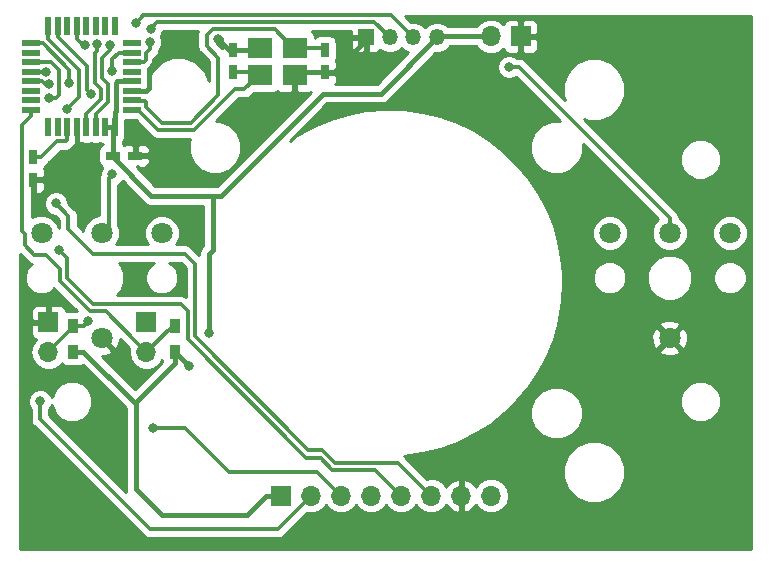
<source format=gbr>
G04 #@! TF.GenerationSoftware,KiCad,Pcbnew,5.0.0-rc2+dfsg1-3*
G04 #@! TF.CreationDate,2018-08-01T13:56:14+02:00*
G04 #@! TF.ProjectId,reform-trackball,7265666F726D2D747261636B62616C6C,rev?*
G04 #@! TF.SameCoordinates,Original*
G04 #@! TF.FileFunction,Copper,L1,Top,Signal*
G04 #@! TF.FilePolarity,Positive*
%FSLAX46Y46*%
G04 Gerber Fmt 4.6, Leading zero omitted, Abs format (unit mm)*
G04 Created by KiCad (PCBNEW 5.0.0-rc2+dfsg1-3) date Wed Aug  1 13:56:14 2018*
%MOMM*%
%LPD*%
G01*
G04 APERTURE LIST*
G04 #@! TA.AperFunction,SMDPad,CuDef*
%ADD10R,0.750000X1.200000*%
G04 #@! TD*
G04 #@! TA.AperFunction,SMDPad,CuDef*
%ADD11R,1.200000X0.750000*%
G04 #@! TD*
G04 #@! TA.AperFunction,SMDPad,CuDef*
%ADD12R,2.100000X1.800000*%
G04 #@! TD*
G04 #@! TA.AperFunction,ComponentPad*
%ADD13O,1.700000X1.700000*%
G04 #@! TD*
G04 #@! TA.AperFunction,ComponentPad*
%ADD14R,1.700000X1.700000*%
G04 #@! TD*
G04 #@! TA.AperFunction,ComponentPad*
%ADD15O,1.350000X1.350000*%
G04 #@! TD*
G04 #@! TA.AperFunction,ComponentPad*
%ADD16R,1.350000X1.350000*%
G04 #@! TD*
G04 #@! TA.AperFunction,SMDPad,CuDef*
%ADD17R,0.900000X1.200000*%
G04 #@! TD*
G04 #@! TA.AperFunction,ComponentPad*
%ADD18C,1.800000*%
G04 #@! TD*
G04 #@! TA.AperFunction,SMDPad,CuDef*
%ADD19R,1.600000X0.550000*%
G04 #@! TD*
G04 #@! TA.AperFunction,SMDPad,CuDef*
%ADD20R,0.550000X1.600000*%
G04 #@! TD*
G04 #@! TA.AperFunction,ViaPad*
%ADD21C,0.800000*%
G04 #@! TD*
G04 #@! TA.AperFunction,Conductor*
%ADD22C,0.300000*%
G04 #@! TD*
G04 #@! TA.AperFunction,Conductor*
%ADD23C,0.400000*%
G04 #@! TD*
G04 #@! TA.AperFunction,Conductor*
%ADD24C,0.254000*%
G04 #@! TD*
G04 APERTURE END LIST*
D10*
G04 #@! TO.P,C1,1*
G04 #@! TO.N,Net-(C1-Pad1)*
X116200000Y-95450000D03*
G04 #@! TO.P,C1,2*
G04 #@! TO.N,GND*
X116200000Y-93550000D03*
G04 #@! TD*
G04 #@! TO.P,C2,2*
G04 #@! TO.N,Net-(C2-Pad2)*
X124000000Y-93550000D03*
G04 #@! TO.P,C2,1*
G04 #@! TO.N,GND*
X124000000Y-95450000D03*
G04 #@! TD*
D11*
G04 #@! TO.P,C3,1*
G04 #@! TO.N,+5V*
X106050000Y-102500000D03*
G04 #@! TO.P,C3,2*
G04 #@! TO.N,GND*
X107950000Y-102500000D03*
G04 #@! TD*
D10*
G04 #@! TO.P,C4,2*
G04 #@! TO.N,GND*
X99300000Y-104550000D03*
G04 #@! TO.P,C4,1*
G04 #@! TO.N,Net-(C4-Pad1)*
X99300000Y-102650000D03*
G04 #@! TD*
D12*
G04 #@! TO.P,Y1,4*
G04 #@! TO.N,GND*
X118550000Y-93350000D03*
G04 #@! TO.P,Y1,3*
G04 #@! TO.N,Net-(C2-Pad2)*
X121450000Y-93350000D03*
G04 #@! TO.P,Y1,2*
G04 #@! TO.N,GND*
X121450000Y-95650000D03*
G04 #@! TO.P,Y1,1*
G04 #@! TO.N,Net-(C1-Pad1)*
X118550000Y-95650000D03*
G04 #@! TD*
D13*
G04 #@! TO.P,J6,2*
G04 #@! TO.N,+5V*
X138060000Y-92400000D03*
D14*
G04 #@! TO.P,J6,1*
G04 #@! TO.N,GND*
X140600000Y-92400000D03*
G04 #@! TD*
G04 #@! TO.P,J3,1*
G04 #@! TO.N,GND*
X108900000Y-116600000D03*
D13*
G04 #@! TO.P,J3,2*
G04 #@! TO.N,Net-(J3-Pad2)*
X108900000Y-119140000D03*
G04 #@! TD*
G04 #@! TO.P,J7,2*
G04 #@! TO.N,Net-(J7-Pad2)*
X100600000Y-119140000D03*
D14*
G04 #@! TO.P,J7,1*
G04 #@! TO.N,GND*
X100600000Y-116600000D03*
G04 #@! TD*
D15*
G04 #@! TO.P,J1,4*
G04 #@! TO.N,+5V*
X133500000Y-92500000D03*
G04 #@! TO.P,J1,3*
G04 #@! TO.N,Net-(J1-Pad3)*
X131500000Y-92500000D03*
G04 #@! TO.P,J1,2*
G04 #@! TO.N,Net-(J1-Pad2)*
X129500000Y-92500000D03*
D16*
G04 #@! TO.P,J1,1*
G04 #@! TO.N,GND*
X127500000Y-92500000D03*
G04 #@! TD*
D13*
G04 #@! TO.P,J2,8*
G04 #@! TO.N,RESET*
X138080000Y-131300000D03*
G04 #@! TO.P,J2,7*
G04 #@! TO.N,GND*
X135540000Y-131300000D03*
G04 #@! TO.P,J2,6*
G04 #@! TO.N,MT*
X133000000Y-131300000D03*
G04 #@! TO.P,J2,5*
G04 #@! TO.N,SS*
X130460000Y-131300000D03*
G04 #@! TO.P,J2,4*
G04 #@! TO.N,SCLK*
X127920000Y-131300000D03*
G04 #@! TO.P,J2,3*
G04 #@! TO.N,MOSI*
X125380000Y-131300000D03*
G04 #@! TO.P,J2,2*
G04 #@! TO.N,MISO*
X122840000Y-131300000D03*
D14*
G04 #@! TO.P,J2,1*
G04 #@! TO.N,+5V*
X120300000Y-131300000D03*
G04 #@! TD*
D17*
G04 #@! TO.P,R1,1*
G04 #@! TO.N,+5V*
X111300000Y-119100000D03*
G04 #@! TO.P,R1,2*
G04 #@! TO.N,Net-(J3-Pad2)*
X111300000Y-116900000D03*
G04 #@! TD*
G04 #@! TO.P,R2,2*
G04 #@! TO.N,Net-(J7-Pad2)*
X102700000Y-116900000D03*
G04 #@! TO.P,R2,1*
G04 #@! TO.N,+5V*
X102700000Y-119100000D03*
G04 #@! TD*
D18*
G04 #@! TO.P,SW2,4*
G04 #@! TO.N,GND*
X153200000Y-117956000D03*
G04 #@! TO.P,SW2,2*
G04 #@! TO.N,Net-(SW2-Pad2)*
X153200000Y-109048000D03*
G04 #@! TO.P,SW2,3*
G04 #@! TO.N,Net-(SW2-Pad3)*
X158310000Y-109048000D03*
G04 #@! TO.P,SW2,1*
G04 #@! TO.N,Net-(SW2-Pad1)*
X148140000Y-109048000D03*
G04 #@! TD*
G04 #@! TO.P,SW1,1*
G04 #@! TO.N,Net-(SW1-Pad1)*
X100040000Y-109048000D03*
G04 #@! TO.P,SW1,3*
G04 #@! TO.N,Net-(SW1-Pad3)*
X110210000Y-109048000D03*
G04 #@! TO.P,SW1,2*
G04 #@! TO.N,Net-(SW1-Pad2)*
X105100000Y-109048000D03*
G04 #@! TO.P,SW1,4*
G04 #@! TO.N,GND*
X105100000Y-117956000D03*
G04 #@! TD*
D19*
G04 #@! TO.P,U1,1*
G04 #@! TO.N,Net-(C1-Pad1)*
X107650000Y-98600000D03*
G04 #@! TO.P,U1,2*
G04 #@! TO.N,Net-(C2-Pad2)*
X107650000Y-97800000D03*
G04 #@! TO.P,U1,3*
G04 #@! TO.N,GND*
X107650000Y-97000000D03*
G04 #@! TO.P,U1,4*
G04 #@! TO.N,+5V*
X107650000Y-96200000D03*
G04 #@! TO.P,U1,5*
G04 #@! TO.N,Net-(U1-Pad5)*
X107650000Y-95400000D03*
G04 #@! TO.P,U1,6*
G04 #@! TO.N,Net-(SW2-Pad2)*
X107650000Y-94600000D03*
G04 #@! TO.P,U1,7*
G04 #@! TO.N,Net-(SW1-Pad2)*
X107650000Y-93800000D03*
G04 #@! TO.P,U1,8*
G04 #@! TO.N,Net-(U1-Pad8)*
X107650000Y-93000000D03*
D20*
G04 #@! TO.P,U1,9*
G04 #@! TO.N,Net-(U1-Pad9)*
X106200000Y-91550000D03*
G04 #@! TO.P,U1,10*
G04 #@! TO.N,Net-(U1-Pad10)*
X105400000Y-91550000D03*
G04 #@! TO.P,U1,11*
G04 #@! TO.N,Net-(U1-Pad11)*
X104600000Y-91550000D03*
G04 #@! TO.P,U1,12*
G04 #@! TO.N,Net-(U1-Pad12)*
X103800000Y-91550000D03*
G04 #@! TO.P,U1,13*
G04 #@! TO.N,Net-(J7-Pad2)*
X103000000Y-91550000D03*
G04 #@! TO.P,U1,14*
G04 #@! TO.N,Net-(U1-Pad14)*
X102200000Y-91550000D03*
G04 #@! TO.P,U1,15*
G04 #@! TO.N,SCLK*
X101400000Y-91550000D03*
G04 #@! TO.P,U1,16*
G04 #@! TO.N,MOSI*
X100600000Y-91550000D03*
D19*
G04 #@! TO.P,U1,17*
G04 #@! TO.N,MISO*
X99150000Y-93000000D03*
G04 #@! TO.P,U1,18*
G04 #@! TO.N,Net-(U1-Pad18)*
X99150000Y-93800000D03*
G04 #@! TO.P,U1,19*
G04 #@! TO.N,MT*
X99150000Y-94600000D03*
G04 #@! TO.P,U1,20*
G04 #@! TO.N,RESET*
X99150000Y-95400000D03*
G04 #@! TO.P,U1,21*
G04 #@! TO.N,SS*
X99150000Y-96200000D03*
G04 #@! TO.P,U1,22*
G04 #@! TO.N,Net-(U1-Pad22)*
X99150000Y-97000000D03*
G04 #@! TO.P,U1,23*
G04 #@! TO.N,Net-(U1-Pad23)*
X99150000Y-97800000D03*
G04 #@! TO.P,U1,24*
G04 #@! TO.N,Net-(J3-Pad2)*
X99150000Y-98600000D03*
D20*
G04 #@! TO.P,U1,25*
G04 #@! TO.N,Net-(U1-Pad25)*
X100600000Y-100050000D03*
G04 #@! TO.P,U1,26*
G04 #@! TO.N,Net-(U1-Pad26)*
X101400000Y-100050000D03*
G04 #@! TO.P,U1,27*
G04 #@! TO.N,Net-(C4-Pad1)*
X102200000Y-100050000D03*
G04 #@! TO.P,U1,28*
G04 #@! TO.N,GND*
X103000000Y-100050000D03*
G04 #@! TO.P,U1,29*
G04 #@! TO.N,Net-(J1-Pad2)*
X103800000Y-100050000D03*
G04 #@! TO.P,U1,30*
G04 #@! TO.N,Net-(J1-Pad3)*
X104600000Y-100050000D03*
G04 #@! TO.P,U1,31*
G04 #@! TO.N,+5V*
X105400000Y-100050000D03*
G04 #@! TO.P,U1,32*
X106200000Y-100050000D03*
G04 #@! TD*
D21*
G04 #@! TO.N,Net-(J1-Pad3)*
X108000000Y-91250000D03*
X105855757Y-93106035D03*
G04 #@! TO.N,Net-(J1-Pad2)*
X109250000Y-91750000D03*
X104756643Y-93061577D03*
G04 #@! TO.N,GND*
X115000000Y-92650000D03*
X111800000Y-92500000D03*
X118700000Y-99000000D03*
X136300000Y-97300000D03*
X127600000Y-95400000D03*
X107500000Y-108800000D03*
X113300000Y-107100000D03*
X107400000Y-112500000D03*
X111900000Y-113800000D03*
X104600000Y-106500000D03*
X154800000Y-129700000D03*
X154500000Y-95300000D03*
X101500000Y-132100000D03*
G04 #@! TO.N,Net-(SW1-Pad2)*
X106000000Y-104100000D03*
X106000034Y-95300000D03*
G04 #@! TO.N,Net-(SW2-Pad2)*
X139600000Y-95000000D03*
X109213596Y-92913596D03*
G04 #@! TO.N,+5V*
X114200000Y-117500000D03*
X112500000Y-120300000D03*
G04 #@! TO.N,RESET*
X100413023Y-95400002D03*
G04 #@! TO.N,MT*
X101249979Y-106551140D03*
X100650012Y-97619808D03*
G04 #@! TO.N,SS*
X100625926Y-96482101D03*
X101500000Y-110500000D03*
G04 #@! TO.N,SCLK*
X104200000Y-97300000D03*
G04 #@! TO.N,MOSI*
X109500000Y-125600000D03*
X102200000Y-98549982D03*
G04 #@! TO.N,MISO*
X99900000Y-123300000D03*
X102349424Y-96325965D03*
G04 #@! TO.N,Net-(J7-Pad2)*
X103991985Y-116534926D03*
X103660696Y-93156054D03*
G04 #@! TD*
D22*
G04 #@! TO.N,Net-(J1-Pad3)*
X108399999Y-90850001D02*
X108000000Y-91250000D01*
X131500000Y-92500000D02*
X129599978Y-90599978D01*
X108650022Y-90599978D02*
X108399999Y-90850001D01*
X129599978Y-90599978D02*
X108650022Y-90599978D01*
X105650013Y-97956534D02*
X105650013Y-96405055D01*
X105855757Y-93526721D02*
X105855757Y-93106035D01*
X104600000Y-100050000D02*
X104600000Y-99006547D01*
X105150024Y-95905066D02*
X105150024Y-94232454D01*
X105150024Y-94232454D02*
X105855757Y-93526721D01*
X104600000Y-99006547D02*
X105650013Y-97956534D01*
X105650013Y-96405055D02*
X105150024Y-95905066D01*
G04 #@! TO.N,Net-(J1-Pad2)*
X109649999Y-91350001D02*
X109250000Y-91750000D01*
X128199989Y-91199989D02*
X109800011Y-91199989D01*
X109800011Y-91199989D02*
X109649999Y-91350001D01*
X129500000Y-92500000D02*
X128199989Y-91199989D01*
X103800000Y-100050000D02*
X103800000Y-98950000D01*
X104756643Y-93627262D02*
X104756643Y-93061577D01*
X105050002Y-96891998D02*
X104550013Y-96392009D01*
X103800000Y-98950000D02*
X105050002Y-97699998D01*
X105050002Y-97699998D02*
X105050002Y-96891998D01*
X104550013Y-93833892D02*
X104756643Y-93627262D01*
X104550013Y-96392009D02*
X104550013Y-93833892D01*
D23*
G04 #@! TO.N,GND*
X127500000Y-92725000D02*
X127500000Y-92500000D01*
X124775000Y-95450000D02*
X127500000Y-92725000D01*
X124000000Y-95450000D02*
X124775000Y-95450000D01*
X118000000Y-92800000D02*
X118550000Y-93350000D01*
X118350000Y-93550000D02*
X118550000Y-93350000D01*
X116200000Y-93550000D02*
X118350000Y-93550000D01*
X121650000Y-95450000D02*
X121450000Y-95650000D01*
X124000000Y-95450000D02*
X121650000Y-95450000D01*
X116200000Y-93550000D02*
X115900000Y-93550000D01*
X115900000Y-93550000D02*
X115000000Y-92650000D01*
X111400001Y-92899999D02*
X111800000Y-92500000D01*
X111100001Y-92899999D02*
X111400001Y-92899999D01*
X108850000Y-97000000D02*
X109100000Y-96750000D01*
X109550012Y-94449988D02*
X111100001Y-92899999D01*
X109100000Y-96750000D02*
X109100000Y-95154256D01*
X109100000Y-95154256D02*
X109550012Y-94704244D01*
X107650000Y-97000000D02*
X108850000Y-97000000D01*
X109550012Y-94704244D02*
X109550012Y-94449988D01*
X100075000Y-104550000D02*
X99300000Y-104550000D01*
X103000000Y-100050000D02*
X103000000Y-101625000D01*
X101325000Y-103300000D02*
X100075000Y-104550000D01*
X103000000Y-101625000D02*
X101325000Y-103300000D01*
D22*
G04 #@! TO.N,Net-(SW1-Pad2)*
X106000034Y-94734315D02*
X106000034Y-95300000D01*
X106000034Y-94349966D02*
X106000034Y-94734315D01*
X106550000Y-93800000D02*
X106000034Y-94349966D01*
X107650000Y-93800000D02*
X106550000Y-93800000D01*
X105700000Y-108448000D02*
X105100000Y-109048000D01*
X106000000Y-104100000D02*
X105700000Y-104400000D01*
X105700000Y-104400000D02*
X105700000Y-108448000D01*
G04 #@! TO.N,Net-(SW2-Pad2)*
X140424792Y-95000000D02*
X140165685Y-95000000D01*
X140165685Y-95000000D02*
X139600000Y-95000000D01*
X153200000Y-107775208D02*
X140424792Y-95000000D01*
X153200000Y-109048000D02*
X153200000Y-107775208D01*
X107650000Y-94600000D02*
X108735002Y-94600000D01*
X108900001Y-94435001D02*
X108900001Y-93792876D01*
X109213596Y-93479281D02*
X109213596Y-92913596D01*
X108900001Y-93792876D02*
X109213596Y-93479281D01*
X108735002Y-94600000D02*
X108900001Y-94435001D01*
D23*
G04 #@! TO.N,+5V*
X106050000Y-100200000D02*
X106200000Y-100050000D01*
X106050000Y-102500000D02*
X106050000Y-100200000D01*
X106200000Y-100050000D02*
X105400000Y-100050000D01*
X133600000Y-92400000D02*
X133500000Y-92500000D01*
X138060000Y-92400000D02*
X133600000Y-92400000D01*
X111300000Y-120100000D02*
X107999998Y-123400002D01*
X119050000Y-131300000D02*
X120300000Y-131300000D01*
X107999998Y-123400002D02*
X107999998Y-130699998D01*
X110200000Y-132900000D02*
X117450000Y-132900000D01*
X117450000Y-132900000D02*
X119050000Y-131300000D01*
X107999998Y-130699998D02*
X110200000Y-132900000D01*
X111300000Y-119100000D02*
X111300000Y-120100000D01*
X107850002Y-123400002D02*
X107999998Y-123400002D01*
X103550000Y-119100000D02*
X107850002Y-123400002D01*
X102700000Y-119100000D02*
X103550000Y-119100000D01*
X114500000Y-105900000D02*
X114500000Y-110500000D01*
X114500000Y-110500000D02*
X114200000Y-110800000D01*
X114200000Y-110800000D02*
X114200000Y-117500000D01*
X112500000Y-120300000D02*
X111300000Y-119100000D01*
X109300000Y-105900000D02*
X114500000Y-105900000D01*
X106050000Y-102500000D02*
X106050000Y-102650000D01*
X106050000Y-102650000D02*
X109300000Y-105900000D01*
X106300024Y-98749976D02*
X106300024Y-96349976D01*
X106200000Y-98850000D02*
X106300024Y-98749976D01*
X106200000Y-100050000D02*
X106200000Y-98850000D01*
X106450000Y-96200000D02*
X107650000Y-96200000D01*
X106300024Y-96349976D02*
X106450000Y-96200000D01*
X128750000Y-97250000D02*
X133500000Y-92500000D01*
X123850000Y-97250000D02*
X128750000Y-97250000D01*
X114500000Y-105900000D02*
X115200000Y-105900000D01*
X115200000Y-105900000D02*
X123850000Y-97250000D01*
D22*
G04 #@! TO.N,Net-(J3-Pad2)*
X111140000Y-116900000D02*
X111300000Y-116900000D01*
X108900000Y-119140000D02*
X111140000Y-116900000D01*
X108050001Y-118290001D02*
X108900000Y-119140000D01*
X101600000Y-113148543D02*
X104151468Y-115700011D01*
X101600000Y-112100000D02*
X101600000Y-113148543D01*
X100400000Y-110900000D02*
X101600000Y-112100000D01*
X99400000Y-110900000D02*
X100400000Y-110900000D01*
X99150000Y-99175000D02*
X98400000Y-99925000D01*
X99150000Y-98600000D02*
X99150000Y-99175000D01*
X98600000Y-109100000D02*
X98600000Y-110100000D01*
X98400000Y-99925000D02*
X98400000Y-108900000D01*
X105460011Y-115700011D02*
X108050001Y-118290001D01*
X104151468Y-115700011D02*
X105460011Y-115700011D01*
X98400000Y-108900000D02*
X98600000Y-109100000D01*
X98600000Y-110100000D02*
X99400000Y-110900000D01*
G04 #@! TO.N,RESET*
X99150000Y-95400000D02*
X100413021Y-95400000D01*
X100413021Y-95400000D02*
X100413023Y-95400002D01*
G04 #@! TO.N,MT*
X99199999Y-94550001D02*
X100821024Y-94550001D01*
X101499414Y-97336091D02*
X101215697Y-97619808D01*
X101499414Y-95228391D02*
X101499414Y-97336091D01*
X100821024Y-94550001D02*
X101499414Y-95228391D01*
X101215697Y-97619808D02*
X100650012Y-97619808D01*
X99150000Y-94600000D02*
X99199999Y-94550001D01*
X123800000Y-127400000D02*
X124900000Y-128500000D01*
X122600000Y-127400000D02*
X123800000Y-127400000D01*
X130200000Y-128500000D02*
X133000000Y-131300000D01*
X102300011Y-107601172D02*
X102300011Y-108700011D01*
X113000000Y-117800000D02*
X122600000Y-127400000D01*
X113000000Y-111651457D02*
X113000000Y-117800000D01*
X101249979Y-106551140D02*
X102300011Y-107601172D01*
X102300011Y-108700011D02*
X104400000Y-110800000D01*
X104400000Y-110800000D02*
X112148543Y-110800000D01*
X124900000Y-128500000D02*
X130200000Y-128500000D01*
X112148543Y-110800000D02*
X113000000Y-111651457D01*
G04 #@! TO.N,SS*
X100065685Y-96200000D02*
X100347786Y-96482101D01*
X100347786Y-96482101D02*
X100625926Y-96482101D01*
X99150000Y-96200000D02*
X100065685Y-96200000D01*
X112399989Y-118048532D02*
X112399989Y-115700000D01*
X122451457Y-128100000D02*
X112399989Y-118048532D01*
X124651468Y-129100011D02*
X123651458Y-128100000D01*
X102200011Y-111200011D02*
X101899999Y-110899999D01*
X111799989Y-115100000D02*
X104400000Y-115100000D01*
X112399989Y-115700000D02*
X111799989Y-115100000D01*
X101899999Y-110899999D02*
X101500000Y-110500000D01*
X104400000Y-115100000D02*
X102200011Y-112900011D01*
X102200011Y-112900011D02*
X102200011Y-111200011D01*
X130460000Y-131300000D02*
X128260011Y-129100011D01*
X123651458Y-128100000D02*
X122451457Y-128100000D01*
X128260011Y-129100011D02*
X124651468Y-129100011D01*
G04 #@! TO.N,SCLK*
X103850002Y-94915686D02*
X103850002Y-96950002D01*
X103850002Y-96950002D02*
X104200000Y-97300000D01*
X101400000Y-92465684D02*
X103850002Y-94915686D01*
X101400000Y-91550000D02*
X101400000Y-92465684D01*
G04 #@! TO.N,MOSI*
X112200001Y-125600000D02*
X110065685Y-125600000D01*
X110065685Y-125600000D02*
X109500000Y-125600000D01*
X115900001Y-129300000D02*
X112200001Y-125600000D01*
X125380000Y-131300000D02*
X123380000Y-129300000D01*
X123380000Y-129300000D02*
X115900001Y-129300000D01*
X100600000Y-91550000D02*
X100600000Y-92631892D01*
X103199425Y-97550557D02*
X102599999Y-98149983D01*
X100600000Y-92631892D02*
X103199425Y-95231317D01*
X103199425Y-95231317D02*
X103199425Y-97550557D01*
X102599999Y-98149983D02*
X102200000Y-98549982D01*
G04 #@! TO.N,MISO*
X99900000Y-124800000D02*
X99900000Y-123300000D01*
X109200000Y-134100000D02*
X99900000Y-124800000D01*
X122840000Y-131300000D02*
X120040000Y-134100000D01*
X120040000Y-134100000D02*
X109200000Y-134100000D01*
X102349424Y-95229859D02*
X102349424Y-95760280D01*
X99150000Y-93000000D02*
X100119565Y-93000000D01*
X102349424Y-95760280D02*
X102349424Y-96325965D01*
X100119565Y-93000000D02*
X102349424Y-95229859D01*
G04 #@! TO.N,Net-(C1-Pad1)*
X112948543Y-100300000D02*
X109875000Y-100300000D01*
X108175000Y-98600000D02*
X107650000Y-98600000D01*
X109875000Y-100300000D02*
X108175000Y-98600000D01*
X118550000Y-95650000D02*
X118400000Y-95650000D01*
X118400000Y-95650000D02*
X117200000Y-96850000D01*
X117200000Y-96850000D02*
X116398543Y-96850000D01*
X116398543Y-96850000D02*
X112948543Y-100300000D01*
X118350000Y-95450000D02*
X118550000Y-95650000D01*
X116200000Y-95450000D02*
X118350000Y-95450000D01*
G04 #@! TO.N,Net-(C2-Pad2)*
X123800000Y-93350000D02*
X124000000Y-93550000D01*
X121450000Y-93350000D02*
X123800000Y-93350000D01*
X108900001Y-97964999D02*
X108810001Y-97874999D01*
X108900001Y-98400001D02*
X108900001Y-97964999D01*
X110199989Y-99699989D02*
X108900001Y-98400001D01*
X121300000Y-93350000D02*
X119750000Y-91800000D01*
X108810001Y-97874999D02*
X108374999Y-97874999D01*
X112700011Y-99699989D02*
X110199989Y-99699989D01*
X121450000Y-93350000D02*
X121300000Y-93350000D01*
X108300000Y-97800000D02*
X107650000Y-97800000D01*
X115000000Y-94200000D02*
X115000000Y-97400000D01*
X119750000Y-91800000D02*
X114500000Y-91800000D01*
X108374999Y-97874999D02*
X108300000Y-97800000D01*
X114000000Y-93200000D02*
X115000000Y-94200000D01*
X114500000Y-91800000D02*
X114000000Y-92300000D01*
X115000000Y-97400000D02*
X112700011Y-99699989D01*
X114000000Y-92300000D02*
X114000000Y-93200000D01*
G04 #@! TO.N,Net-(C4-Pad1)*
X102200000Y-101150000D02*
X102200000Y-100050000D01*
X102049999Y-101300001D02*
X102200000Y-101150000D01*
X101324999Y-101300001D02*
X102049999Y-101300001D01*
X99975000Y-102650000D02*
X101324999Y-101300001D01*
X99300000Y-102650000D02*
X99975000Y-102650000D01*
G04 #@! TO.N,Net-(J7-Pad2)*
X102700000Y-117050000D02*
X100610000Y-119140000D01*
X100610000Y-119140000D02*
X100600000Y-119140000D01*
X102700000Y-116900000D02*
X102700000Y-117050000D01*
X102700000Y-116900000D02*
X103626911Y-116900000D01*
X103626911Y-116900000D02*
X103991985Y-116534926D01*
X103000000Y-91550000D02*
X103000000Y-92650000D01*
X103506054Y-93156054D02*
X103660696Y-93156054D01*
X103000000Y-92650000D02*
X103506054Y-93156054D01*
G04 #@! TD*
D24*
G04 #@! TO.N,GND*
G36*
X160065001Y-135815000D02*
X98185000Y-135815000D01*
X98185000Y-115623690D01*
X99115000Y-115623690D01*
X99115000Y-116314250D01*
X99273750Y-116473000D01*
X100473000Y-116473000D01*
X100473000Y-115273750D01*
X100314250Y-115115000D01*
X99623691Y-115115000D01*
X99390302Y-115211673D01*
X99211673Y-115390301D01*
X99115000Y-115623690D01*
X98185000Y-115623690D01*
X98185000Y-110795157D01*
X98790253Y-111400411D01*
X98834047Y-111465953D01*
X98899589Y-111509747D01*
X98899591Y-111509749D01*
X98995962Y-111574142D01*
X99093708Y-111639454D01*
X99196131Y-111659827D01*
X98804659Y-112051299D01*
X98590000Y-112569533D01*
X98590000Y-113130467D01*
X98804659Y-113648701D01*
X99201299Y-114045341D01*
X99719533Y-114260000D01*
X100280467Y-114260000D01*
X100798701Y-114045341D01*
X101091295Y-113752747D01*
X101099590Y-113758290D01*
X102993860Y-115652560D01*
X102250000Y-115652560D01*
X102085000Y-115685380D01*
X102085000Y-115623690D01*
X101988327Y-115390301D01*
X101809698Y-115211673D01*
X101576309Y-115115000D01*
X100885750Y-115115000D01*
X100727000Y-115273750D01*
X100727000Y-116473000D01*
X100747000Y-116473000D01*
X100747000Y-116727000D01*
X100727000Y-116727000D01*
X100727000Y-116747000D01*
X100473000Y-116747000D01*
X100473000Y-116727000D01*
X99273750Y-116727000D01*
X99115000Y-116885750D01*
X99115000Y-117576310D01*
X99211673Y-117809699D01*
X99390302Y-117988327D01*
X99551033Y-118054904D01*
X99529375Y-118069375D01*
X99201161Y-118560582D01*
X99085908Y-119140000D01*
X99201161Y-119719418D01*
X99529375Y-120210625D01*
X100020582Y-120538839D01*
X100453744Y-120625000D01*
X100746256Y-120625000D01*
X101179418Y-120538839D01*
X101670625Y-120210625D01*
X101749053Y-120093249D01*
X101792191Y-120157809D01*
X102002235Y-120298157D01*
X102250000Y-120347440D01*
X103150000Y-120347440D01*
X103397765Y-120298157D01*
X103499387Y-120230255D01*
X107164998Y-123895866D01*
X107164999Y-130617760D01*
X107148641Y-130699998D01*
X107207857Y-130997699D01*
X100685000Y-124474843D01*
X100685000Y-123978711D01*
X100777431Y-123886280D01*
X100871163Y-123659991D01*
X101129138Y-124282799D01*
X101617201Y-124770862D01*
X102254887Y-125035000D01*
X102945113Y-125035000D01*
X103582799Y-124770862D01*
X104070862Y-124282799D01*
X104335000Y-123645113D01*
X104335000Y-122954887D01*
X104070862Y-122317201D01*
X103582799Y-121829138D01*
X102945113Y-121565000D01*
X102254887Y-121565000D01*
X101617201Y-121829138D01*
X101129138Y-122317201D01*
X100871163Y-122940009D01*
X100777431Y-122713720D01*
X100486280Y-122422569D01*
X100105874Y-122265000D01*
X99694126Y-122265000D01*
X99313720Y-122422569D01*
X99022569Y-122713720D01*
X98865000Y-123094126D01*
X98865000Y-123505874D01*
X99022569Y-123886280D01*
X99115001Y-123978712D01*
X99115000Y-124722688D01*
X99099622Y-124800000D01*
X99115000Y-124877312D01*
X99115000Y-124877315D01*
X99160546Y-125106291D01*
X99234816Y-125217443D01*
X99334047Y-125365953D01*
X99399592Y-125409749D01*
X108590253Y-134600411D01*
X108634047Y-134665953D01*
X108699589Y-134709747D01*
X108699591Y-134709749D01*
X108774625Y-134759885D01*
X108893708Y-134839454D01*
X109122684Y-134885000D01*
X109122688Y-134885000D01*
X109199999Y-134900378D01*
X109277310Y-134885000D01*
X119962688Y-134885000D01*
X120040000Y-134900378D01*
X120117312Y-134885000D01*
X120117316Y-134885000D01*
X120346292Y-134839454D01*
X120605953Y-134665953D01*
X120649749Y-134600408D01*
X122503082Y-132747075D01*
X122693744Y-132785000D01*
X122986256Y-132785000D01*
X123419418Y-132698839D01*
X123910625Y-132370625D01*
X124110000Y-132072239D01*
X124309375Y-132370625D01*
X124800582Y-132698839D01*
X125233744Y-132785000D01*
X125526256Y-132785000D01*
X125959418Y-132698839D01*
X126450625Y-132370625D01*
X126650000Y-132072239D01*
X126849375Y-132370625D01*
X127340582Y-132698839D01*
X127773744Y-132785000D01*
X128066256Y-132785000D01*
X128499418Y-132698839D01*
X128990625Y-132370625D01*
X129190000Y-132072239D01*
X129389375Y-132370625D01*
X129880582Y-132698839D01*
X130313744Y-132785000D01*
X130606256Y-132785000D01*
X131039418Y-132698839D01*
X131530625Y-132370625D01*
X131730000Y-132072239D01*
X131929375Y-132370625D01*
X132420582Y-132698839D01*
X132853744Y-132785000D01*
X133146256Y-132785000D01*
X133579418Y-132698839D01*
X134070625Y-132370625D01*
X134283843Y-132051522D01*
X134344817Y-132181358D01*
X134773076Y-132571645D01*
X135183110Y-132741476D01*
X135413000Y-132620155D01*
X135413000Y-131427000D01*
X135393000Y-131427000D01*
X135393000Y-131173000D01*
X135413000Y-131173000D01*
X135413000Y-129979845D01*
X135667000Y-129979845D01*
X135667000Y-131173000D01*
X135687000Y-131173000D01*
X135687000Y-131427000D01*
X135667000Y-131427000D01*
X135667000Y-132620155D01*
X135896890Y-132741476D01*
X136306924Y-132571645D01*
X136735183Y-132181358D01*
X136796157Y-132051522D01*
X137009375Y-132370625D01*
X137500582Y-132698839D01*
X137933744Y-132785000D01*
X138226256Y-132785000D01*
X138659418Y-132698839D01*
X139150625Y-132370625D01*
X139478839Y-131879418D01*
X139594092Y-131300000D01*
X139478839Y-130720582D01*
X139150625Y-130229375D01*
X138659418Y-129901161D01*
X138226256Y-129815000D01*
X137933744Y-129815000D01*
X137500582Y-129901161D01*
X137009375Y-130229375D01*
X136796157Y-130548478D01*
X136735183Y-130418642D01*
X136306924Y-130028355D01*
X135896890Y-129858524D01*
X135667000Y-129979845D01*
X135413000Y-129979845D01*
X135183110Y-129858524D01*
X134773076Y-130028355D01*
X134344817Y-130418642D01*
X134283843Y-130548478D01*
X134070625Y-130229375D01*
X133579418Y-129901161D01*
X133146256Y-129815000D01*
X132853744Y-129815000D01*
X132663082Y-129852925D01*
X131586023Y-128775866D01*
X144165000Y-128775866D01*
X144165000Y-129824134D01*
X144566155Y-130792608D01*
X145307392Y-131533845D01*
X146275866Y-131935000D01*
X147324134Y-131935000D01*
X148292608Y-131533845D01*
X149033845Y-130792608D01*
X149435000Y-129824134D01*
X149435000Y-128775866D01*
X149033845Y-127807392D01*
X148292608Y-127066155D01*
X147324134Y-126665000D01*
X146275866Y-126665000D01*
X145307392Y-127066155D01*
X144566155Y-127807392D01*
X144165000Y-128775866D01*
X131586023Y-128775866D01*
X130809748Y-127999591D01*
X130765953Y-127934047D01*
X130718539Y-127902366D01*
X132230228Y-127699321D01*
X133750213Y-127327383D01*
X135222068Y-126796031D01*
X136629125Y-126111283D01*
X137955452Y-125280892D01*
X139186029Y-124314261D01*
X139657031Y-123855431D01*
X141365000Y-123855431D01*
X141365000Y-124744569D01*
X141705259Y-125566026D01*
X142333974Y-126194741D01*
X143155431Y-126535000D01*
X144044569Y-126535000D01*
X144866026Y-126194741D01*
X145494741Y-125566026D01*
X145835000Y-124744569D01*
X145835000Y-123855431D01*
X145494741Y-123033974D01*
X145415654Y-122954887D01*
X154065000Y-122954887D01*
X154065000Y-123645113D01*
X154329138Y-124282799D01*
X154817201Y-124770862D01*
X155454887Y-125035000D01*
X156145113Y-125035000D01*
X156782799Y-124770862D01*
X157270862Y-124282799D01*
X157535000Y-123645113D01*
X157535000Y-122954887D01*
X157270862Y-122317201D01*
X156782799Y-121829138D01*
X156145113Y-121565000D01*
X155454887Y-121565000D01*
X154817201Y-121829138D01*
X154329138Y-122317201D01*
X154065000Y-122954887D01*
X145415654Y-122954887D01*
X144866026Y-122405259D01*
X144044569Y-122065000D01*
X143155431Y-122065000D01*
X142333974Y-122405259D01*
X141705259Y-123033974D01*
X141365000Y-123855431D01*
X139657031Y-123855431D01*
X140306919Y-123222338D01*
X141305431Y-122017487D01*
X142170257Y-120713352D01*
X142891603Y-119324701D01*
X143004391Y-119036159D01*
X152299446Y-119036159D01*
X152385852Y-119292643D01*
X152959336Y-119502458D01*
X153569460Y-119476839D01*
X154014148Y-119292643D01*
X154100554Y-119036159D01*
X153200000Y-118135605D01*
X152299446Y-119036159D01*
X143004391Y-119036159D01*
X143461302Y-117867259D01*
X143502720Y-117715336D01*
X151653542Y-117715336D01*
X151679161Y-118325460D01*
X151863357Y-118770148D01*
X152119841Y-118856554D01*
X153020395Y-117956000D01*
X153379605Y-117956000D01*
X154280159Y-118856554D01*
X154536643Y-118770148D01*
X154746458Y-118196664D01*
X154720839Y-117586540D01*
X154536643Y-117141852D01*
X154280159Y-117055446D01*
X153379605Y-117956000D01*
X153020395Y-117956000D01*
X152119841Y-117055446D01*
X151863357Y-117141852D01*
X151653542Y-117715336D01*
X143502720Y-117715336D01*
X143731593Y-116875841D01*
X152299446Y-116875841D01*
X153200000Y-117776395D01*
X154100554Y-116875841D01*
X154014148Y-116619357D01*
X153440664Y-116409542D01*
X152830540Y-116435161D01*
X152385852Y-116619357D01*
X152299446Y-116875841D01*
X143731593Y-116875841D01*
X143872901Y-116357531D01*
X144121739Y-114812613D01*
X144205000Y-113250000D01*
X144204978Y-113224335D01*
X144168942Y-112569533D01*
X146690000Y-112569533D01*
X146690000Y-113130467D01*
X146904659Y-113648701D01*
X147301299Y-114045341D01*
X147819533Y-114260000D01*
X148380467Y-114260000D01*
X148898701Y-114045341D01*
X149295341Y-113648701D01*
X149510000Y-113130467D01*
X149510000Y-112569533D01*
X149466745Y-112465105D01*
X151265000Y-112465105D01*
X151265000Y-113234895D01*
X151559586Y-113946090D01*
X152103910Y-114490414D01*
X152815105Y-114785000D01*
X153584895Y-114785000D01*
X154296090Y-114490414D01*
X154840414Y-113946090D01*
X155135000Y-113234895D01*
X155135000Y-112569533D01*
X156890000Y-112569533D01*
X156890000Y-113130467D01*
X157104659Y-113648701D01*
X157501299Y-114045341D01*
X158019533Y-114260000D01*
X158580467Y-114260000D01*
X159098701Y-114045341D01*
X159495341Y-113648701D01*
X159710000Y-113130467D01*
X159710000Y-112569533D01*
X159495341Y-112051299D01*
X159098701Y-111654659D01*
X158580467Y-111440000D01*
X158019533Y-111440000D01*
X157501299Y-111654659D01*
X157104659Y-112051299D01*
X156890000Y-112569533D01*
X155135000Y-112569533D01*
X155135000Y-112465105D01*
X154840414Y-111753910D01*
X154296090Y-111209586D01*
X153584895Y-110915000D01*
X152815105Y-110915000D01*
X152103910Y-111209586D01*
X151559586Y-111753910D01*
X151265000Y-112465105D01*
X149466745Y-112465105D01*
X149295341Y-112051299D01*
X148898701Y-111654659D01*
X148380467Y-111440000D01*
X147819533Y-111440000D01*
X147301299Y-111654659D01*
X146904659Y-112051299D01*
X146690000Y-112569533D01*
X144168942Y-112569533D01*
X144118990Y-111661869D01*
X143867455Y-110117388D01*
X143490086Y-108742670D01*
X146605000Y-108742670D01*
X146605000Y-109353330D01*
X146838690Y-109917507D01*
X147270493Y-110349310D01*
X147834670Y-110583000D01*
X148445330Y-110583000D01*
X149009507Y-110349310D01*
X149441310Y-109917507D01*
X149675000Y-109353330D01*
X149675000Y-108742670D01*
X149441310Y-108178493D01*
X149009507Y-107746690D01*
X148445330Y-107513000D01*
X147834670Y-107513000D01*
X147270493Y-107746690D01*
X146838690Y-108178493D01*
X146605000Y-108742670D01*
X143490086Y-108742670D01*
X143453222Y-108608381D01*
X142880980Y-107151936D01*
X142157212Y-105764546D01*
X141290111Y-104461922D01*
X140289498Y-103258816D01*
X139166703Y-102168850D01*
X137934441Y-101204369D01*
X136606667Y-100376294D01*
X135198417Y-99694002D01*
X133725636Y-99165220D01*
X132205005Y-98795936D01*
X130653741Y-98590331D01*
X129089412Y-98550733D01*
X127529733Y-98677592D01*
X125992366Y-98969470D01*
X124494719Y-99423063D01*
X123053752Y-100033234D01*
X121685784Y-100793072D01*
X121016643Y-101264225D01*
X124195869Y-98085000D01*
X128667767Y-98085000D01*
X128750000Y-98101357D01*
X128832233Y-98085000D01*
X128832237Y-98085000D01*
X129075801Y-98036552D01*
X129352001Y-97852001D01*
X129398587Y-97782280D01*
X132386742Y-94794126D01*
X138565000Y-94794126D01*
X138565000Y-95205874D01*
X138722569Y-95586280D01*
X139013720Y-95877431D01*
X139394126Y-96035000D01*
X139805874Y-96035000D01*
X140186280Y-95877431D01*
X140189173Y-95874538D01*
X143879635Y-99565000D01*
X143155431Y-99565000D01*
X142333974Y-99905259D01*
X141705259Y-100533974D01*
X141365000Y-101355431D01*
X141365000Y-102244569D01*
X141705259Y-103066026D01*
X142333974Y-103694741D01*
X143155431Y-104035000D01*
X144044569Y-104035000D01*
X144866026Y-103694741D01*
X145494741Y-103066026D01*
X145835000Y-102244569D01*
X145835000Y-101520365D01*
X152195909Y-107881274D01*
X151898690Y-108178493D01*
X151665000Y-108742670D01*
X151665000Y-109353330D01*
X151898690Y-109917507D01*
X152330493Y-110349310D01*
X152894670Y-110583000D01*
X153505330Y-110583000D01*
X154069507Y-110349310D01*
X154501310Y-109917507D01*
X154735000Y-109353330D01*
X154735000Y-108742670D01*
X156775000Y-108742670D01*
X156775000Y-109353330D01*
X157008690Y-109917507D01*
X157440493Y-110349310D01*
X158004670Y-110583000D01*
X158615330Y-110583000D01*
X159179507Y-110349310D01*
X159611310Y-109917507D01*
X159845000Y-109353330D01*
X159845000Y-108742670D01*
X159611310Y-108178493D01*
X159179507Y-107746690D01*
X158615330Y-107513000D01*
X158004670Y-107513000D01*
X157440493Y-107746690D01*
X157008690Y-108178493D01*
X156775000Y-108742670D01*
X154735000Y-108742670D01*
X154501310Y-108178493D01*
X154069507Y-107746690D01*
X153987989Y-107712924D01*
X153985000Y-107697896D01*
X153985000Y-107697892D01*
X153939454Y-107468916D01*
X153823167Y-107294881D01*
X153809749Y-107274799D01*
X153809747Y-107274797D01*
X153765953Y-107209255D01*
X153700411Y-107165461D01*
X148989837Y-102454887D01*
X154065000Y-102454887D01*
X154065000Y-103145113D01*
X154329138Y-103782799D01*
X154817201Y-104270862D01*
X155454887Y-104535000D01*
X156145113Y-104535000D01*
X156782799Y-104270862D01*
X157270862Y-103782799D01*
X157535000Y-103145113D01*
X157535000Y-102454887D01*
X157270862Y-101817201D01*
X156782799Y-101329138D01*
X156145113Y-101065000D01*
X155454887Y-101065000D01*
X154817201Y-101329138D01*
X154329138Y-101817201D01*
X154065000Y-102454887D01*
X148989837Y-102454887D01*
X145924344Y-99389395D01*
X146275866Y-99535000D01*
X147324134Y-99535000D01*
X148292608Y-99133845D01*
X149033845Y-98392608D01*
X149435000Y-97424134D01*
X149435000Y-96375866D01*
X149033845Y-95407392D01*
X148292608Y-94666155D01*
X147324134Y-94265000D01*
X146275866Y-94265000D01*
X145307392Y-94666155D01*
X144566155Y-95407392D01*
X144165000Y-96375866D01*
X144165000Y-97424134D01*
X144310605Y-97775656D01*
X141034541Y-94499592D01*
X140990745Y-94434047D01*
X140731084Y-94260546D01*
X140502108Y-94215000D01*
X140502104Y-94215000D01*
X140424792Y-94199622D01*
X140347480Y-94215000D01*
X140278711Y-94215000D01*
X140186280Y-94122569D01*
X139805874Y-93965000D01*
X139394126Y-93965000D01*
X139013720Y-94122569D01*
X138722569Y-94413720D01*
X138565000Y-94794126D01*
X132386742Y-94794126D01*
X133370887Y-93809982D01*
X133370978Y-93810000D01*
X133629022Y-93810000D01*
X134011136Y-93733993D01*
X134444457Y-93444457D01*
X134584412Y-93235000D01*
X136831935Y-93235000D01*
X136989375Y-93470625D01*
X137480582Y-93798839D01*
X137913744Y-93885000D01*
X138206256Y-93885000D01*
X138639418Y-93798839D01*
X139130625Y-93470625D01*
X139145096Y-93448967D01*
X139211673Y-93609698D01*
X139390301Y-93788327D01*
X139623690Y-93885000D01*
X140314250Y-93885000D01*
X140473000Y-93726250D01*
X140473000Y-92527000D01*
X140727000Y-92527000D01*
X140727000Y-93726250D01*
X140885750Y-93885000D01*
X141576310Y-93885000D01*
X141809699Y-93788327D01*
X141988327Y-93609698D01*
X142085000Y-93376309D01*
X142085000Y-92685750D01*
X141926250Y-92527000D01*
X140727000Y-92527000D01*
X140473000Y-92527000D01*
X140453000Y-92527000D01*
X140453000Y-92273000D01*
X140473000Y-92273000D01*
X140473000Y-91073750D01*
X140727000Y-91073750D01*
X140727000Y-92273000D01*
X141926250Y-92273000D01*
X142085000Y-92114250D01*
X142085000Y-91423691D01*
X141988327Y-91190302D01*
X141809699Y-91011673D01*
X141576310Y-90915000D01*
X140885750Y-90915000D01*
X140727000Y-91073750D01*
X140473000Y-91073750D01*
X140314250Y-90915000D01*
X139623690Y-90915000D01*
X139390301Y-91011673D01*
X139211673Y-91190302D01*
X139145096Y-91351033D01*
X139130625Y-91329375D01*
X138639418Y-91001161D01*
X138206256Y-90915000D01*
X137913744Y-90915000D01*
X137480582Y-91001161D01*
X136989375Y-91329375D01*
X136831935Y-91565000D01*
X134450776Y-91565000D01*
X134444457Y-91555543D01*
X134011136Y-91266007D01*
X133629022Y-91190000D01*
X133370978Y-91190000D01*
X132988864Y-91266007D01*
X132555543Y-91555543D01*
X132500000Y-91638669D01*
X132444457Y-91555543D01*
X132011136Y-91266007D01*
X131629022Y-91190000D01*
X131370978Y-91190000D01*
X131311907Y-91201750D01*
X130795157Y-90685000D01*
X160065000Y-90685000D01*
X160065001Y-135815000D01*
X160065001Y-135815000D01*
G37*
X160065001Y-135815000D02*
X98185000Y-135815000D01*
X98185000Y-115623690D01*
X99115000Y-115623690D01*
X99115000Y-116314250D01*
X99273750Y-116473000D01*
X100473000Y-116473000D01*
X100473000Y-115273750D01*
X100314250Y-115115000D01*
X99623691Y-115115000D01*
X99390302Y-115211673D01*
X99211673Y-115390301D01*
X99115000Y-115623690D01*
X98185000Y-115623690D01*
X98185000Y-110795157D01*
X98790253Y-111400411D01*
X98834047Y-111465953D01*
X98899589Y-111509747D01*
X98899591Y-111509749D01*
X98995962Y-111574142D01*
X99093708Y-111639454D01*
X99196131Y-111659827D01*
X98804659Y-112051299D01*
X98590000Y-112569533D01*
X98590000Y-113130467D01*
X98804659Y-113648701D01*
X99201299Y-114045341D01*
X99719533Y-114260000D01*
X100280467Y-114260000D01*
X100798701Y-114045341D01*
X101091295Y-113752747D01*
X101099590Y-113758290D01*
X102993860Y-115652560D01*
X102250000Y-115652560D01*
X102085000Y-115685380D01*
X102085000Y-115623690D01*
X101988327Y-115390301D01*
X101809698Y-115211673D01*
X101576309Y-115115000D01*
X100885750Y-115115000D01*
X100727000Y-115273750D01*
X100727000Y-116473000D01*
X100747000Y-116473000D01*
X100747000Y-116727000D01*
X100727000Y-116727000D01*
X100727000Y-116747000D01*
X100473000Y-116747000D01*
X100473000Y-116727000D01*
X99273750Y-116727000D01*
X99115000Y-116885750D01*
X99115000Y-117576310D01*
X99211673Y-117809699D01*
X99390302Y-117988327D01*
X99551033Y-118054904D01*
X99529375Y-118069375D01*
X99201161Y-118560582D01*
X99085908Y-119140000D01*
X99201161Y-119719418D01*
X99529375Y-120210625D01*
X100020582Y-120538839D01*
X100453744Y-120625000D01*
X100746256Y-120625000D01*
X101179418Y-120538839D01*
X101670625Y-120210625D01*
X101749053Y-120093249D01*
X101792191Y-120157809D01*
X102002235Y-120298157D01*
X102250000Y-120347440D01*
X103150000Y-120347440D01*
X103397765Y-120298157D01*
X103499387Y-120230255D01*
X107164998Y-123895866D01*
X107164999Y-130617760D01*
X107148641Y-130699998D01*
X107207857Y-130997699D01*
X100685000Y-124474843D01*
X100685000Y-123978711D01*
X100777431Y-123886280D01*
X100871163Y-123659991D01*
X101129138Y-124282799D01*
X101617201Y-124770862D01*
X102254887Y-125035000D01*
X102945113Y-125035000D01*
X103582799Y-124770862D01*
X104070862Y-124282799D01*
X104335000Y-123645113D01*
X104335000Y-122954887D01*
X104070862Y-122317201D01*
X103582799Y-121829138D01*
X102945113Y-121565000D01*
X102254887Y-121565000D01*
X101617201Y-121829138D01*
X101129138Y-122317201D01*
X100871163Y-122940009D01*
X100777431Y-122713720D01*
X100486280Y-122422569D01*
X100105874Y-122265000D01*
X99694126Y-122265000D01*
X99313720Y-122422569D01*
X99022569Y-122713720D01*
X98865000Y-123094126D01*
X98865000Y-123505874D01*
X99022569Y-123886280D01*
X99115001Y-123978712D01*
X99115000Y-124722688D01*
X99099622Y-124800000D01*
X99115000Y-124877312D01*
X99115000Y-124877315D01*
X99160546Y-125106291D01*
X99234816Y-125217443D01*
X99334047Y-125365953D01*
X99399592Y-125409749D01*
X108590253Y-134600411D01*
X108634047Y-134665953D01*
X108699589Y-134709747D01*
X108699591Y-134709749D01*
X108774625Y-134759885D01*
X108893708Y-134839454D01*
X109122684Y-134885000D01*
X109122688Y-134885000D01*
X109199999Y-134900378D01*
X109277310Y-134885000D01*
X119962688Y-134885000D01*
X120040000Y-134900378D01*
X120117312Y-134885000D01*
X120117316Y-134885000D01*
X120346292Y-134839454D01*
X120605953Y-134665953D01*
X120649749Y-134600408D01*
X122503082Y-132747075D01*
X122693744Y-132785000D01*
X122986256Y-132785000D01*
X123419418Y-132698839D01*
X123910625Y-132370625D01*
X124110000Y-132072239D01*
X124309375Y-132370625D01*
X124800582Y-132698839D01*
X125233744Y-132785000D01*
X125526256Y-132785000D01*
X125959418Y-132698839D01*
X126450625Y-132370625D01*
X126650000Y-132072239D01*
X126849375Y-132370625D01*
X127340582Y-132698839D01*
X127773744Y-132785000D01*
X128066256Y-132785000D01*
X128499418Y-132698839D01*
X128990625Y-132370625D01*
X129190000Y-132072239D01*
X129389375Y-132370625D01*
X129880582Y-132698839D01*
X130313744Y-132785000D01*
X130606256Y-132785000D01*
X131039418Y-132698839D01*
X131530625Y-132370625D01*
X131730000Y-132072239D01*
X131929375Y-132370625D01*
X132420582Y-132698839D01*
X132853744Y-132785000D01*
X133146256Y-132785000D01*
X133579418Y-132698839D01*
X134070625Y-132370625D01*
X134283843Y-132051522D01*
X134344817Y-132181358D01*
X134773076Y-132571645D01*
X135183110Y-132741476D01*
X135413000Y-132620155D01*
X135413000Y-131427000D01*
X135393000Y-131427000D01*
X135393000Y-131173000D01*
X135413000Y-131173000D01*
X135413000Y-129979845D01*
X135667000Y-129979845D01*
X135667000Y-131173000D01*
X135687000Y-131173000D01*
X135687000Y-131427000D01*
X135667000Y-131427000D01*
X135667000Y-132620155D01*
X135896890Y-132741476D01*
X136306924Y-132571645D01*
X136735183Y-132181358D01*
X136796157Y-132051522D01*
X137009375Y-132370625D01*
X137500582Y-132698839D01*
X137933744Y-132785000D01*
X138226256Y-132785000D01*
X138659418Y-132698839D01*
X139150625Y-132370625D01*
X139478839Y-131879418D01*
X139594092Y-131300000D01*
X139478839Y-130720582D01*
X139150625Y-130229375D01*
X138659418Y-129901161D01*
X138226256Y-129815000D01*
X137933744Y-129815000D01*
X137500582Y-129901161D01*
X137009375Y-130229375D01*
X136796157Y-130548478D01*
X136735183Y-130418642D01*
X136306924Y-130028355D01*
X135896890Y-129858524D01*
X135667000Y-129979845D01*
X135413000Y-129979845D01*
X135183110Y-129858524D01*
X134773076Y-130028355D01*
X134344817Y-130418642D01*
X134283843Y-130548478D01*
X134070625Y-130229375D01*
X133579418Y-129901161D01*
X133146256Y-129815000D01*
X132853744Y-129815000D01*
X132663082Y-129852925D01*
X131586023Y-128775866D01*
X144165000Y-128775866D01*
X144165000Y-129824134D01*
X144566155Y-130792608D01*
X145307392Y-131533845D01*
X146275866Y-131935000D01*
X147324134Y-131935000D01*
X148292608Y-131533845D01*
X149033845Y-130792608D01*
X149435000Y-129824134D01*
X149435000Y-128775866D01*
X149033845Y-127807392D01*
X148292608Y-127066155D01*
X147324134Y-126665000D01*
X146275866Y-126665000D01*
X145307392Y-127066155D01*
X144566155Y-127807392D01*
X144165000Y-128775866D01*
X131586023Y-128775866D01*
X130809748Y-127999591D01*
X130765953Y-127934047D01*
X130718539Y-127902366D01*
X132230228Y-127699321D01*
X133750213Y-127327383D01*
X135222068Y-126796031D01*
X136629125Y-126111283D01*
X137955452Y-125280892D01*
X139186029Y-124314261D01*
X139657031Y-123855431D01*
X141365000Y-123855431D01*
X141365000Y-124744569D01*
X141705259Y-125566026D01*
X142333974Y-126194741D01*
X143155431Y-126535000D01*
X144044569Y-126535000D01*
X144866026Y-126194741D01*
X145494741Y-125566026D01*
X145835000Y-124744569D01*
X145835000Y-123855431D01*
X145494741Y-123033974D01*
X145415654Y-122954887D01*
X154065000Y-122954887D01*
X154065000Y-123645113D01*
X154329138Y-124282799D01*
X154817201Y-124770862D01*
X155454887Y-125035000D01*
X156145113Y-125035000D01*
X156782799Y-124770862D01*
X157270862Y-124282799D01*
X157535000Y-123645113D01*
X157535000Y-122954887D01*
X157270862Y-122317201D01*
X156782799Y-121829138D01*
X156145113Y-121565000D01*
X155454887Y-121565000D01*
X154817201Y-121829138D01*
X154329138Y-122317201D01*
X154065000Y-122954887D01*
X145415654Y-122954887D01*
X144866026Y-122405259D01*
X144044569Y-122065000D01*
X143155431Y-122065000D01*
X142333974Y-122405259D01*
X141705259Y-123033974D01*
X141365000Y-123855431D01*
X139657031Y-123855431D01*
X140306919Y-123222338D01*
X141305431Y-122017487D01*
X142170257Y-120713352D01*
X142891603Y-119324701D01*
X143004391Y-119036159D01*
X152299446Y-119036159D01*
X152385852Y-119292643D01*
X152959336Y-119502458D01*
X153569460Y-119476839D01*
X154014148Y-119292643D01*
X154100554Y-119036159D01*
X153200000Y-118135605D01*
X152299446Y-119036159D01*
X143004391Y-119036159D01*
X143461302Y-117867259D01*
X143502720Y-117715336D01*
X151653542Y-117715336D01*
X151679161Y-118325460D01*
X151863357Y-118770148D01*
X152119841Y-118856554D01*
X153020395Y-117956000D01*
X153379605Y-117956000D01*
X154280159Y-118856554D01*
X154536643Y-118770148D01*
X154746458Y-118196664D01*
X154720839Y-117586540D01*
X154536643Y-117141852D01*
X154280159Y-117055446D01*
X153379605Y-117956000D01*
X153020395Y-117956000D01*
X152119841Y-117055446D01*
X151863357Y-117141852D01*
X151653542Y-117715336D01*
X143502720Y-117715336D01*
X143731593Y-116875841D01*
X152299446Y-116875841D01*
X153200000Y-117776395D01*
X154100554Y-116875841D01*
X154014148Y-116619357D01*
X153440664Y-116409542D01*
X152830540Y-116435161D01*
X152385852Y-116619357D01*
X152299446Y-116875841D01*
X143731593Y-116875841D01*
X143872901Y-116357531D01*
X144121739Y-114812613D01*
X144205000Y-113250000D01*
X144204978Y-113224335D01*
X144168942Y-112569533D01*
X146690000Y-112569533D01*
X146690000Y-113130467D01*
X146904659Y-113648701D01*
X147301299Y-114045341D01*
X147819533Y-114260000D01*
X148380467Y-114260000D01*
X148898701Y-114045341D01*
X149295341Y-113648701D01*
X149510000Y-113130467D01*
X149510000Y-112569533D01*
X149466745Y-112465105D01*
X151265000Y-112465105D01*
X151265000Y-113234895D01*
X151559586Y-113946090D01*
X152103910Y-114490414D01*
X152815105Y-114785000D01*
X153584895Y-114785000D01*
X154296090Y-114490414D01*
X154840414Y-113946090D01*
X155135000Y-113234895D01*
X155135000Y-112569533D01*
X156890000Y-112569533D01*
X156890000Y-113130467D01*
X157104659Y-113648701D01*
X157501299Y-114045341D01*
X158019533Y-114260000D01*
X158580467Y-114260000D01*
X159098701Y-114045341D01*
X159495341Y-113648701D01*
X159710000Y-113130467D01*
X159710000Y-112569533D01*
X159495341Y-112051299D01*
X159098701Y-111654659D01*
X158580467Y-111440000D01*
X158019533Y-111440000D01*
X157501299Y-111654659D01*
X157104659Y-112051299D01*
X156890000Y-112569533D01*
X155135000Y-112569533D01*
X155135000Y-112465105D01*
X154840414Y-111753910D01*
X154296090Y-111209586D01*
X153584895Y-110915000D01*
X152815105Y-110915000D01*
X152103910Y-111209586D01*
X151559586Y-111753910D01*
X151265000Y-112465105D01*
X149466745Y-112465105D01*
X149295341Y-112051299D01*
X148898701Y-111654659D01*
X148380467Y-111440000D01*
X147819533Y-111440000D01*
X147301299Y-111654659D01*
X146904659Y-112051299D01*
X146690000Y-112569533D01*
X144168942Y-112569533D01*
X144118990Y-111661869D01*
X143867455Y-110117388D01*
X143490086Y-108742670D01*
X146605000Y-108742670D01*
X146605000Y-109353330D01*
X146838690Y-109917507D01*
X147270493Y-110349310D01*
X147834670Y-110583000D01*
X148445330Y-110583000D01*
X149009507Y-110349310D01*
X149441310Y-109917507D01*
X149675000Y-109353330D01*
X149675000Y-108742670D01*
X149441310Y-108178493D01*
X149009507Y-107746690D01*
X148445330Y-107513000D01*
X147834670Y-107513000D01*
X147270493Y-107746690D01*
X146838690Y-108178493D01*
X146605000Y-108742670D01*
X143490086Y-108742670D01*
X143453222Y-108608381D01*
X142880980Y-107151936D01*
X142157212Y-105764546D01*
X141290111Y-104461922D01*
X140289498Y-103258816D01*
X139166703Y-102168850D01*
X137934441Y-101204369D01*
X136606667Y-100376294D01*
X135198417Y-99694002D01*
X133725636Y-99165220D01*
X132205005Y-98795936D01*
X130653741Y-98590331D01*
X129089412Y-98550733D01*
X127529733Y-98677592D01*
X125992366Y-98969470D01*
X124494719Y-99423063D01*
X123053752Y-100033234D01*
X121685784Y-100793072D01*
X121016643Y-101264225D01*
X124195869Y-98085000D01*
X128667767Y-98085000D01*
X128750000Y-98101357D01*
X128832233Y-98085000D01*
X128832237Y-98085000D01*
X129075801Y-98036552D01*
X129352001Y-97852001D01*
X129398587Y-97782280D01*
X132386742Y-94794126D01*
X138565000Y-94794126D01*
X138565000Y-95205874D01*
X138722569Y-95586280D01*
X139013720Y-95877431D01*
X139394126Y-96035000D01*
X139805874Y-96035000D01*
X140186280Y-95877431D01*
X140189173Y-95874538D01*
X143879635Y-99565000D01*
X143155431Y-99565000D01*
X142333974Y-99905259D01*
X141705259Y-100533974D01*
X141365000Y-101355431D01*
X141365000Y-102244569D01*
X141705259Y-103066026D01*
X142333974Y-103694741D01*
X143155431Y-104035000D01*
X144044569Y-104035000D01*
X144866026Y-103694741D01*
X145494741Y-103066026D01*
X145835000Y-102244569D01*
X145835000Y-101520365D01*
X152195909Y-107881274D01*
X151898690Y-108178493D01*
X151665000Y-108742670D01*
X151665000Y-109353330D01*
X151898690Y-109917507D01*
X152330493Y-110349310D01*
X152894670Y-110583000D01*
X153505330Y-110583000D01*
X154069507Y-110349310D01*
X154501310Y-109917507D01*
X154735000Y-109353330D01*
X154735000Y-108742670D01*
X156775000Y-108742670D01*
X156775000Y-109353330D01*
X157008690Y-109917507D01*
X157440493Y-110349310D01*
X158004670Y-110583000D01*
X158615330Y-110583000D01*
X159179507Y-110349310D01*
X159611310Y-109917507D01*
X159845000Y-109353330D01*
X159845000Y-108742670D01*
X159611310Y-108178493D01*
X159179507Y-107746690D01*
X158615330Y-107513000D01*
X158004670Y-107513000D01*
X157440493Y-107746690D01*
X157008690Y-108178493D01*
X156775000Y-108742670D01*
X154735000Y-108742670D01*
X154501310Y-108178493D01*
X154069507Y-107746690D01*
X153987989Y-107712924D01*
X153985000Y-107697896D01*
X153985000Y-107697892D01*
X153939454Y-107468916D01*
X153823167Y-107294881D01*
X153809749Y-107274799D01*
X153809747Y-107274797D01*
X153765953Y-107209255D01*
X153700411Y-107165461D01*
X148989837Y-102454887D01*
X154065000Y-102454887D01*
X154065000Y-103145113D01*
X154329138Y-103782799D01*
X154817201Y-104270862D01*
X155454887Y-104535000D01*
X156145113Y-104535000D01*
X156782799Y-104270862D01*
X157270862Y-103782799D01*
X157535000Y-103145113D01*
X157535000Y-102454887D01*
X157270862Y-101817201D01*
X156782799Y-101329138D01*
X156145113Y-101065000D01*
X155454887Y-101065000D01*
X154817201Y-101329138D01*
X154329138Y-101817201D01*
X154065000Y-102454887D01*
X148989837Y-102454887D01*
X145924344Y-99389395D01*
X146275866Y-99535000D01*
X147324134Y-99535000D01*
X148292608Y-99133845D01*
X149033845Y-98392608D01*
X149435000Y-97424134D01*
X149435000Y-96375866D01*
X149033845Y-95407392D01*
X148292608Y-94666155D01*
X147324134Y-94265000D01*
X146275866Y-94265000D01*
X145307392Y-94666155D01*
X144566155Y-95407392D01*
X144165000Y-96375866D01*
X144165000Y-97424134D01*
X144310605Y-97775656D01*
X141034541Y-94499592D01*
X140990745Y-94434047D01*
X140731084Y-94260546D01*
X140502108Y-94215000D01*
X140502104Y-94215000D01*
X140424792Y-94199622D01*
X140347480Y-94215000D01*
X140278711Y-94215000D01*
X140186280Y-94122569D01*
X139805874Y-93965000D01*
X139394126Y-93965000D01*
X139013720Y-94122569D01*
X138722569Y-94413720D01*
X138565000Y-94794126D01*
X132386742Y-94794126D01*
X133370887Y-93809982D01*
X133370978Y-93810000D01*
X133629022Y-93810000D01*
X134011136Y-93733993D01*
X134444457Y-93444457D01*
X134584412Y-93235000D01*
X136831935Y-93235000D01*
X136989375Y-93470625D01*
X137480582Y-93798839D01*
X137913744Y-93885000D01*
X138206256Y-93885000D01*
X138639418Y-93798839D01*
X139130625Y-93470625D01*
X139145096Y-93448967D01*
X139211673Y-93609698D01*
X139390301Y-93788327D01*
X139623690Y-93885000D01*
X140314250Y-93885000D01*
X140473000Y-93726250D01*
X140473000Y-92527000D01*
X140727000Y-92527000D01*
X140727000Y-93726250D01*
X140885750Y-93885000D01*
X141576310Y-93885000D01*
X141809699Y-93788327D01*
X141988327Y-93609698D01*
X142085000Y-93376309D01*
X142085000Y-92685750D01*
X141926250Y-92527000D01*
X140727000Y-92527000D01*
X140473000Y-92527000D01*
X140453000Y-92527000D01*
X140453000Y-92273000D01*
X140473000Y-92273000D01*
X140473000Y-91073750D01*
X140727000Y-91073750D01*
X140727000Y-92273000D01*
X141926250Y-92273000D01*
X142085000Y-92114250D01*
X142085000Y-91423691D01*
X141988327Y-91190302D01*
X141809699Y-91011673D01*
X141576310Y-90915000D01*
X140885750Y-90915000D01*
X140727000Y-91073750D01*
X140473000Y-91073750D01*
X140314250Y-90915000D01*
X139623690Y-90915000D01*
X139390301Y-91011673D01*
X139211673Y-91190302D01*
X139145096Y-91351033D01*
X139130625Y-91329375D01*
X138639418Y-91001161D01*
X138206256Y-90915000D01*
X137913744Y-90915000D01*
X137480582Y-91001161D01*
X136989375Y-91329375D01*
X136831935Y-91565000D01*
X134450776Y-91565000D01*
X134444457Y-91555543D01*
X134011136Y-91266007D01*
X133629022Y-91190000D01*
X133370978Y-91190000D01*
X132988864Y-91266007D01*
X132555543Y-91555543D01*
X132500000Y-91638669D01*
X132444457Y-91555543D01*
X132011136Y-91266007D01*
X131629022Y-91190000D01*
X131370978Y-91190000D01*
X131311907Y-91201750D01*
X130795157Y-90685000D01*
X160065000Y-90685000D01*
X160065001Y-135815000D01*
G36*
X105293748Y-117941858D02*
X105279605Y-117956000D01*
X106180159Y-118856554D01*
X106436643Y-118770148D01*
X106646458Y-118196664D01*
X106637690Y-117987847D01*
X107452925Y-118803083D01*
X107385908Y-119140000D01*
X107501161Y-119719418D01*
X107829375Y-120210625D01*
X108320582Y-120538839D01*
X108753744Y-120625000D01*
X109046256Y-120625000D01*
X109479418Y-120538839D01*
X109970625Y-120210625D01*
X110227623Y-119826001D01*
X110251843Y-119947765D01*
X110259663Y-119959469D01*
X107925000Y-122294132D01*
X105122284Y-119491417D01*
X105469460Y-119476839D01*
X105914148Y-119292643D01*
X106000554Y-119036159D01*
X105100000Y-118135605D01*
X105085858Y-118149748D01*
X104906253Y-117970143D01*
X104920395Y-117956000D01*
X104906253Y-117941858D01*
X105085858Y-117762253D01*
X105100000Y-117776395D01*
X105114143Y-117762253D01*
X105293748Y-117941858D01*
X105293748Y-117941858D01*
G37*
X105293748Y-117941858D02*
X105279605Y-117956000D01*
X106180159Y-118856554D01*
X106436643Y-118770148D01*
X106646458Y-118196664D01*
X106637690Y-117987847D01*
X107452925Y-118803083D01*
X107385908Y-119140000D01*
X107501161Y-119719418D01*
X107829375Y-120210625D01*
X108320582Y-120538839D01*
X108753744Y-120625000D01*
X109046256Y-120625000D01*
X109479418Y-120538839D01*
X109970625Y-120210625D01*
X110227623Y-119826001D01*
X110251843Y-119947765D01*
X110259663Y-119959469D01*
X107925000Y-122294132D01*
X105122284Y-119491417D01*
X105469460Y-119476839D01*
X105914148Y-119292643D01*
X106000554Y-119036159D01*
X105100000Y-118135605D01*
X105085858Y-118149748D01*
X104906253Y-117970143D01*
X104920395Y-117956000D01*
X104906253Y-117941858D01*
X105085858Y-117762253D01*
X105100000Y-117776395D01*
X105114143Y-117762253D01*
X105293748Y-117941858D01*
G36*
X109027000Y-116473000D02*
X109047000Y-116473000D01*
X109047000Y-116727000D01*
X109027000Y-116727000D01*
X109027000Y-116747000D01*
X108773000Y-116747000D01*
X108773000Y-116727000D01*
X108753000Y-116727000D01*
X108753000Y-116473000D01*
X108773000Y-116473000D01*
X108773000Y-116453000D01*
X109027000Y-116453000D01*
X109027000Y-116473000D01*
X109027000Y-116473000D01*
G37*
X109027000Y-116473000D02*
X109047000Y-116473000D01*
X109047000Y-116727000D01*
X109027000Y-116727000D01*
X109027000Y-116747000D01*
X108773000Y-116747000D01*
X108773000Y-116727000D01*
X108753000Y-116727000D01*
X108753000Y-116473000D01*
X108773000Y-116473000D01*
X108773000Y-116453000D01*
X109027000Y-116453000D01*
X109027000Y-116473000D01*
G36*
X109401299Y-111654659D02*
X109004659Y-112051299D01*
X108790000Y-112569533D01*
X108790000Y-113130467D01*
X109004659Y-113648701D01*
X109401299Y-114045341D01*
X109919533Y-114260000D01*
X110480467Y-114260000D01*
X110998701Y-114045341D01*
X111395341Y-113648701D01*
X111610000Y-113130467D01*
X111610000Y-112569533D01*
X111395341Y-112051299D01*
X110998701Y-111654659D01*
X110830529Y-111585000D01*
X111823386Y-111585000D01*
X112215000Y-111976615D01*
X112215000Y-114433190D01*
X112106281Y-114360546D01*
X111877305Y-114315000D01*
X111877301Y-114315000D01*
X111799989Y-114299622D01*
X111722677Y-114315000D01*
X106371504Y-114315000D01*
X106740414Y-113946090D01*
X107035000Y-113234895D01*
X107035000Y-112465105D01*
X106740414Y-111753910D01*
X106571504Y-111585000D01*
X109569471Y-111585000D01*
X109401299Y-111654659D01*
X109401299Y-111654659D01*
G37*
X109401299Y-111654659D02*
X109004659Y-112051299D01*
X108790000Y-112569533D01*
X108790000Y-113130467D01*
X109004659Y-113648701D01*
X109401299Y-114045341D01*
X109919533Y-114260000D01*
X110480467Y-114260000D01*
X110998701Y-114045341D01*
X111395341Y-113648701D01*
X111610000Y-113130467D01*
X111610000Y-112569533D01*
X111395341Y-112051299D01*
X110998701Y-111654659D01*
X110830529Y-111585000D01*
X111823386Y-111585000D01*
X112215000Y-111976615D01*
X112215000Y-114433190D01*
X112106281Y-114360546D01*
X111877305Y-114315000D01*
X111877301Y-114315000D01*
X111799989Y-114299622D01*
X111722677Y-114315000D01*
X106371504Y-114315000D01*
X106740414Y-113946090D01*
X107035000Y-113234895D01*
X107035000Y-112465105D01*
X106740414Y-111753910D01*
X106571504Y-111585000D01*
X109569471Y-111585000D01*
X109401299Y-111654659D01*
G36*
X108651415Y-106432283D02*
X108697999Y-106502001D01*
X108974199Y-106686552D01*
X109217763Y-106735000D01*
X109217766Y-106735000D01*
X109299999Y-106751357D01*
X109382232Y-106735000D01*
X113665000Y-106735000D01*
X113665001Y-110153230D01*
X113597999Y-110197999D01*
X113413448Y-110474200D01*
X113365000Y-110717764D01*
X113365000Y-110717767D01*
X113348643Y-110800000D01*
X113365000Y-110882233D01*
X113365000Y-110906299D01*
X112758291Y-110299591D01*
X112714496Y-110234047D01*
X112454835Y-110060546D01*
X112225859Y-110015000D01*
X112225855Y-110015000D01*
X112148543Y-109999622D01*
X112071231Y-110015000D01*
X111413817Y-110015000D01*
X111511310Y-109917507D01*
X111745000Y-109353330D01*
X111745000Y-108742670D01*
X111511310Y-108178493D01*
X111079507Y-107746690D01*
X110515330Y-107513000D01*
X109904670Y-107513000D01*
X109340493Y-107746690D01*
X108908690Y-108178493D01*
X108675000Y-108742670D01*
X108675000Y-109353330D01*
X108908690Y-109917507D01*
X109006183Y-110015000D01*
X106303817Y-110015000D01*
X106401310Y-109917507D01*
X106635000Y-109353330D01*
X106635000Y-108742670D01*
X106488769Y-108389637D01*
X106485000Y-108370690D01*
X106485000Y-105019382D01*
X106586280Y-104977431D01*
X106877431Y-104686280D01*
X106885627Y-104666494D01*
X108651415Y-106432283D01*
X108651415Y-106432283D01*
G37*
X108651415Y-106432283D02*
X108697999Y-106502001D01*
X108974199Y-106686552D01*
X109217763Y-106735000D01*
X109217766Y-106735000D01*
X109299999Y-106751357D01*
X109382232Y-106735000D01*
X113665000Y-106735000D01*
X113665001Y-110153230D01*
X113597999Y-110197999D01*
X113413448Y-110474200D01*
X113365000Y-110717764D01*
X113365000Y-110717767D01*
X113348643Y-110800000D01*
X113365000Y-110882233D01*
X113365000Y-110906299D01*
X112758291Y-110299591D01*
X112714496Y-110234047D01*
X112454835Y-110060546D01*
X112225859Y-110015000D01*
X112225855Y-110015000D01*
X112148543Y-109999622D01*
X112071231Y-110015000D01*
X111413817Y-110015000D01*
X111511310Y-109917507D01*
X111745000Y-109353330D01*
X111745000Y-108742670D01*
X111511310Y-108178493D01*
X111079507Y-107746690D01*
X110515330Y-107513000D01*
X109904670Y-107513000D01*
X109340493Y-107746690D01*
X108908690Y-108178493D01*
X108675000Y-108742670D01*
X108675000Y-109353330D01*
X108908690Y-109917507D01*
X109006183Y-110015000D01*
X106303817Y-110015000D01*
X106401310Y-109917507D01*
X106635000Y-109353330D01*
X106635000Y-108742670D01*
X106488769Y-108389637D01*
X106485000Y-108370690D01*
X106485000Y-105019382D01*
X106586280Y-104977431D01*
X106877431Y-104686280D01*
X106885627Y-104666494D01*
X108651415Y-106432283D01*
G36*
X103067191Y-101307809D02*
X103191862Y-101391112D01*
X103285750Y-101485000D01*
X103401310Y-101485000D01*
X103421148Y-101476783D01*
X103525000Y-101497440D01*
X104075000Y-101497440D01*
X104200000Y-101472576D01*
X104325000Y-101497440D01*
X104875000Y-101497440D01*
X105000000Y-101472576D01*
X105125000Y-101497440D01*
X105215000Y-101497440D01*
X105215000Y-101524304D01*
X105202235Y-101526843D01*
X104992191Y-101667191D01*
X104851843Y-101877235D01*
X104802560Y-102125000D01*
X104802560Y-102875000D01*
X104851843Y-103122765D01*
X104992191Y-103332809D01*
X105178795Y-103457494D01*
X105122569Y-103513720D01*
X104965000Y-103894126D01*
X104965000Y-104087043D01*
X104960546Y-104093709D01*
X104915000Y-104322685D01*
X104915000Y-104322688D01*
X104899622Y-104400000D01*
X104915000Y-104477312D01*
X104915001Y-107513000D01*
X104794670Y-107513000D01*
X104230493Y-107746690D01*
X103798690Y-108178493D01*
X103565000Y-108742670D01*
X103565000Y-108854843D01*
X103085011Y-108374854D01*
X103085011Y-107678482D01*
X103100389Y-107601171D01*
X103085011Y-107523860D01*
X103085011Y-107523856D01*
X103039465Y-107294880D01*
X102982252Y-107209255D01*
X102909760Y-107100763D01*
X102909758Y-107100761D01*
X102865964Y-107035219D01*
X102800422Y-106991425D01*
X102284979Y-106475983D01*
X102284979Y-106345266D01*
X102127410Y-105964860D01*
X101836259Y-105673709D01*
X101455853Y-105516140D01*
X101044105Y-105516140D01*
X100663699Y-105673709D01*
X100372548Y-105964860D01*
X100214979Y-106345266D01*
X100214979Y-106757014D01*
X100372548Y-107137420D01*
X100663699Y-107428571D01*
X101044105Y-107586140D01*
X101174822Y-107586140D01*
X101515011Y-107926330D01*
X101515012Y-108597846D01*
X101341310Y-108178493D01*
X100909507Y-107746690D01*
X100345330Y-107513000D01*
X99734670Y-107513000D01*
X99185000Y-107740681D01*
X99185000Y-104677000D01*
X99427000Y-104677000D01*
X99427000Y-105626250D01*
X99585750Y-105785000D01*
X99801310Y-105785000D01*
X100034699Y-105688327D01*
X100213327Y-105509698D01*
X100310000Y-105276309D01*
X100310000Y-104835750D01*
X100151250Y-104677000D01*
X99427000Y-104677000D01*
X99185000Y-104677000D01*
X99185000Y-104403000D01*
X99427000Y-104403000D01*
X99427000Y-104423000D01*
X100151250Y-104423000D01*
X100310000Y-104264250D01*
X100310000Y-103823691D01*
X100213327Y-103590302D01*
X100212127Y-103589102D01*
X100273157Y-103497765D01*
X100296757Y-103379121D01*
X100540953Y-103215953D01*
X100584749Y-103150408D01*
X101650157Y-102085001D01*
X101972687Y-102085001D01*
X102049999Y-102100379D01*
X102127311Y-102085001D01*
X102127315Y-102085001D01*
X102356291Y-102039455D01*
X102615952Y-101865954D01*
X102659748Y-101800409D01*
X102700408Y-101759749D01*
X102765953Y-101715953D01*
X102939454Y-101456292D01*
X102984325Y-101230711D01*
X103000000Y-101207251D01*
X103067191Y-101307809D01*
X103067191Y-101307809D01*
G37*
X103067191Y-101307809D02*
X103191862Y-101391112D01*
X103285750Y-101485000D01*
X103401310Y-101485000D01*
X103421148Y-101476783D01*
X103525000Y-101497440D01*
X104075000Y-101497440D01*
X104200000Y-101472576D01*
X104325000Y-101497440D01*
X104875000Y-101497440D01*
X105000000Y-101472576D01*
X105125000Y-101497440D01*
X105215000Y-101497440D01*
X105215000Y-101524304D01*
X105202235Y-101526843D01*
X104992191Y-101667191D01*
X104851843Y-101877235D01*
X104802560Y-102125000D01*
X104802560Y-102875000D01*
X104851843Y-103122765D01*
X104992191Y-103332809D01*
X105178795Y-103457494D01*
X105122569Y-103513720D01*
X104965000Y-103894126D01*
X104965000Y-104087043D01*
X104960546Y-104093709D01*
X104915000Y-104322685D01*
X104915000Y-104322688D01*
X104899622Y-104400000D01*
X104915000Y-104477312D01*
X104915001Y-107513000D01*
X104794670Y-107513000D01*
X104230493Y-107746690D01*
X103798690Y-108178493D01*
X103565000Y-108742670D01*
X103565000Y-108854843D01*
X103085011Y-108374854D01*
X103085011Y-107678482D01*
X103100389Y-107601171D01*
X103085011Y-107523860D01*
X103085011Y-107523856D01*
X103039465Y-107294880D01*
X102982252Y-107209255D01*
X102909760Y-107100763D01*
X102909758Y-107100761D01*
X102865964Y-107035219D01*
X102800422Y-106991425D01*
X102284979Y-106475983D01*
X102284979Y-106345266D01*
X102127410Y-105964860D01*
X101836259Y-105673709D01*
X101455853Y-105516140D01*
X101044105Y-105516140D01*
X100663699Y-105673709D01*
X100372548Y-105964860D01*
X100214979Y-106345266D01*
X100214979Y-106757014D01*
X100372548Y-107137420D01*
X100663699Y-107428571D01*
X101044105Y-107586140D01*
X101174822Y-107586140D01*
X101515011Y-107926330D01*
X101515012Y-108597846D01*
X101341310Y-108178493D01*
X100909507Y-107746690D01*
X100345330Y-107513000D01*
X99734670Y-107513000D01*
X99185000Y-107740681D01*
X99185000Y-104677000D01*
X99427000Y-104677000D01*
X99427000Y-105626250D01*
X99585750Y-105785000D01*
X99801310Y-105785000D01*
X100034699Y-105688327D01*
X100213327Y-105509698D01*
X100310000Y-105276309D01*
X100310000Y-104835750D01*
X100151250Y-104677000D01*
X99427000Y-104677000D01*
X99185000Y-104677000D01*
X99185000Y-104403000D01*
X99427000Y-104403000D01*
X99427000Y-104423000D01*
X100151250Y-104423000D01*
X100310000Y-104264250D01*
X100310000Y-103823691D01*
X100213327Y-103590302D01*
X100212127Y-103589102D01*
X100273157Y-103497765D01*
X100296757Y-103379121D01*
X100540953Y-103215953D01*
X100584749Y-103150408D01*
X101650157Y-102085001D01*
X101972687Y-102085001D01*
X102049999Y-102100379D01*
X102127311Y-102085001D01*
X102127315Y-102085001D01*
X102356291Y-102039455D01*
X102615952Y-101865954D01*
X102659748Y-101800409D01*
X102700408Y-101759749D01*
X102765953Y-101715953D01*
X102939454Y-101456292D01*
X102984325Y-101230711D01*
X103000000Y-101207251D01*
X103067191Y-101307809D01*
G36*
X121577000Y-95523000D02*
X121597000Y-95523000D01*
X121597000Y-95777000D01*
X121577000Y-95777000D01*
X121577000Y-97026250D01*
X121735750Y-97185000D01*
X122626309Y-97185000D01*
X122810373Y-97108758D01*
X114854133Y-105065000D01*
X114582237Y-105065000D01*
X114500000Y-105048642D01*
X114417763Y-105065000D01*
X109645868Y-105065000D01*
X108077002Y-103496135D01*
X108077002Y-103351252D01*
X108235750Y-103510000D01*
X108676309Y-103510000D01*
X108909698Y-103413327D01*
X109088327Y-103234699D01*
X109185000Y-103001310D01*
X109185000Y-102785750D01*
X109026250Y-102627000D01*
X108077000Y-102627000D01*
X108077000Y-102647000D01*
X107823000Y-102647000D01*
X107823000Y-102627000D01*
X107803000Y-102627000D01*
X107803000Y-102373000D01*
X107823000Y-102373000D01*
X107823000Y-101648750D01*
X108077000Y-101648750D01*
X108077000Y-102373000D01*
X109026250Y-102373000D01*
X109185000Y-102214250D01*
X109185000Y-101998690D01*
X109088327Y-101765301D01*
X108909698Y-101586673D01*
X108676309Y-101490000D01*
X108235750Y-101490000D01*
X108077000Y-101648750D01*
X107823000Y-101648750D01*
X107664250Y-101490000D01*
X107223691Y-101490000D01*
X106990302Y-101586673D01*
X106989102Y-101587873D01*
X106897765Y-101526843D01*
X106885000Y-101524304D01*
X106885000Y-101339754D01*
X106932809Y-101307809D01*
X107073157Y-101097765D01*
X107122440Y-100850000D01*
X107122440Y-99522440D01*
X107987283Y-99522440D01*
X109265253Y-100800411D01*
X109309047Y-100865953D01*
X109374589Y-100909747D01*
X109374591Y-100909749D01*
X109568708Y-101039454D01*
X109797684Y-101085000D01*
X109797687Y-101085000D01*
X109874999Y-101100378D01*
X109952311Y-101085000D01*
X112577016Y-101085000D01*
X112465000Y-101355431D01*
X112465000Y-102244569D01*
X112805259Y-103066026D01*
X113433974Y-103694741D01*
X114255431Y-104035000D01*
X115144569Y-104035000D01*
X115966026Y-103694741D01*
X116594741Y-103066026D01*
X116935000Y-102244569D01*
X116935000Y-101355431D01*
X116594741Y-100533974D01*
X115966026Y-99905259D01*
X115144569Y-99565000D01*
X114793700Y-99565000D01*
X116723701Y-97635000D01*
X117122688Y-97635000D01*
X117200000Y-97650378D01*
X117277312Y-97635000D01*
X117277316Y-97635000D01*
X117506292Y-97589454D01*
X117765953Y-97415953D01*
X117809749Y-97350408D01*
X117962717Y-97197440D01*
X119600000Y-97197440D01*
X119847765Y-97148157D01*
X119999047Y-97047073D01*
X120040302Y-97088327D01*
X120273691Y-97185000D01*
X121164250Y-97185000D01*
X121323000Y-97026250D01*
X121323000Y-95777000D01*
X121303000Y-95777000D01*
X121303000Y-95523000D01*
X121323000Y-95523000D01*
X121323000Y-95503000D01*
X121577000Y-95503000D01*
X121577000Y-95523000D01*
X121577000Y-95523000D01*
G37*
X121577000Y-95523000D02*
X121597000Y-95523000D01*
X121597000Y-95777000D01*
X121577000Y-95777000D01*
X121577000Y-97026250D01*
X121735750Y-97185000D01*
X122626309Y-97185000D01*
X122810373Y-97108758D01*
X114854133Y-105065000D01*
X114582237Y-105065000D01*
X114500000Y-105048642D01*
X114417763Y-105065000D01*
X109645868Y-105065000D01*
X108077002Y-103496135D01*
X108077002Y-103351252D01*
X108235750Y-103510000D01*
X108676309Y-103510000D01*
X108909698Y-103413327D01*
X109088327Y-103234699D01*
X109185000Y-103001310D01*
X109185000Y-102785750D01*
X109026250Y-102627000D01*
X108077000Y-102627000D01*
X108077000Y-102647000D01*
X107823000Y-102647000D01*
X107823000Y-102627000D01*
X107803000Y-102627000D01*
X107803000Y-102373000D01*
X107823000Y-102373000D01*
X107823000Y-101648750D01*
X108077000Y-101648750D01*
X108077000Y-102373000D01*
X109026250Y-102373000D01*
X109185000Y-102214250D01*
X109185000Y-101998690D01*
X109088327Y-101765301D01*
X108909698Y-101586673D01*
X108676309Y-101490000D01*
X108235750Y-101490000D01*
X108077000Y-101648750D01*
X107823000Y-101648750D01*
X107664250Y-101490000D01*
X107223691Y-101490000D01*
X106990302Y-101586673D01*
X106989102Y-101587873D01*
X106897765Y-101526843D01*
X106885000Y-101524304D01*
X106885000Y-101339754D01*
X106932809Y-101307809D01*
X107073157Y-101097765D01*
X107122440Y-100850000D01*
X107122440Y-99522440D01*
X107987283Y-99522440D01*
X109265253Y-100800411D01*
X109309047Y-100865953D01*
X109374589Y-100909747D01*
X109374591Y-100909749D01*
X109568708Y-101039454D01*
X109797684Y-101085000D01*
X109797687Y-101085000D01*
X109874999Y-101100378D01*
X109952311Y-101085000D01*
X112577016Y-101085000D01*
X112465000Y-101355431D01*
X112465000Y-102244569D01*
X112805259Y-103066026D01*
X113433974Y-103694741D01*
X114255431Y-104035000D01*
X115144569Y-104035000D01*
X115966026Y-103694741D01*
X116594741Y-103066026D01*
X116935000Y-102244569D01*
X116935000Y-101355431D01*
X116594741Y-100533974D01*
X115966026Y-99905259D01*
X115144569Y-99565000D01*
X114793700Y-99565000D01*
X116723701Y-97635000D01*
X117122688Y-97635000D01*
X117200000Y-97650378D01*
X117277312Y-97635000D01*
X117277316Y-97635000D01*
X117506292Y-97589454D01*
X117765953Y-97415953D01*
X117809749Y-97350408D01*
X117962717Y-97197440D01*
X119600000Y-97197440D01*
X119847765Y-97148157D01*
X119999047Y-97047073D01*
X120040302Y-97088327D01*
X120273691Y-97185000D01*
X121164250Y-97185000D01*
X121323000Y-97026250D01*
X121323000Y-95777000D01*
X121303000Y-95777000D01*
X121303000Y-95523000D01*
X121323000Y-95523000D01*
X121323000Y-95503000D01*
X121577000Y-95503000D01*
X121577000Y-95523000D01*
G36*
X126190000Y-92214250D02*
X126348750Y-92373000D01*
X127373000Y-92373000D01*
X127373000Y-92353000D01*
X127627000Y-92353000D01*
X127627000Y-92373000D01*
X127647000Y-92373000D01*
X127647000Y-92627000D01*
X127627000Y-92627000D01*
X127627000Y-93651250D01*
X127785750Y-93810000D01*
X128301310Y-93810000D01*
X128534699Y-93713327D01*
X128704223Y-93543802D01*
X128988864Y-93733993D01*
X129370978Y-93810000D01*
X129629022Y-93810000D01*
X130011136Y-93733993D01*
X130444457Y-93444457D01*
X130500000Y-93361331D01*
X130555543Y-93444457D01*
X130988864Y-93733993D01*
X131069166Y-93749966D01*
X128404133Y-96415000D01*
X124908025Y-96415000D01*
X124913327Y-96409698D01*
X125010000Y-96176309D01*
X125010000Y-95735750D01*
X124851250Y-95577000D01*
X124127000Y-95577000D01*
X124127000Y-95597000D01*
X123873000Y-95597000D01*
X123873000Y-95577000D01*
X123853000Y-95577000D01*
X123853000Y-95323000D01*
X123873000Y-95323000D01*
X123873000Y-95303000D01*
X124127000Y-95303000D01*
X124127000Y-95323000D01*
X124851250Y-95323000D01*
X125010000Y-95164250D01*
X125010000Y-94723691D01*
X124913327Y-94490302D01*
X124912127Y-94489102D01*
X124973157Y-94397765D01*
X125022440Y-94150000D01*
X125022440Y-92950000D01*
X124989769Y-92785750D01*
X126190000Y-92785750D01*
X126190000Y-93301309D01*
X126286673Y-93534698D01*
X126465301Y-93713327D01*
X126698690Y-93810000D01*
X127214250Y-93810000D01*
X127373000Y-93651250D01*
X127373000Y-92627000D01*
X126348750Y-92627000D01*
X126190000Y-92785750D01*
X124989769Y-92785750D01*
X124973157Y-92702235D01*
X124832809Y-92492191D01*
X124622765Y-92351843D01*
X124375000Y-92302560D01*
X123625000Y-92302560D01*
X123377235Y-92351843D01*
X123167191Y-92492191D01*
X123147440Y-92521750D01*
X123147440Y-92450000D01*
X123098157Y-92202235D01*
X122957809Y-91992191D01*
X122947031Y-91984989D01*
X126190000Y-91984989D01*
X126190000Y-92214250D01*
X126190000Y-92214250D01*
G37*
X126190000Y-92214250D02*
X126348750Y-92373000D01*
X127373000Y-92373000D01*
X127373000Y-92353000D01*
X127627000Y-92353000D01*
X127627000Y-92373000D01*
X127647000Y-92373000D01*
X127647000Y-92627000D01*
X127627000Y-92627000D01*
X127627000Y-93651250D01*
X127785750Y-93810000D01*
X128301310Y-93810000D01*
X128534699Y-93713327D01*
X128704223Y-93543802D01*
X128988864Y-93733993D01*
X129370978Y-93810000D01*
X129629022Y-93810000D01*
X130011136Y-93733993D01*
X130444457Y-93444457D01*
X130500000Y-93361331D01*
X130555543Y-93444457D01*
X130988864Y-93733993D01*
X131069166Y-93749966D01*
X128404133Y-96415000D01*
X124908025Y-96415000D01*
X124913327Y-96409698D01*
X125010000Y-96176309D01*
X125010000Y-95735750D01*
X124851250Y-95577000D01*
X124127000Y-95577000D01*
X124127000Y-95597000D01*
X123873000Y-95597000D01*
X123873000Y-95577000D01*
X123853000Y-95577000D01*
X123853000Y-95323000D01*
X123873000Y-95323000D01*
X123873000Y-95303000D01*
X124127000Y-95303000D01*
X124127000Y-95323000D01*
X124851250Y-95323000D01*
X125010000Y-95164250D01*
X125010000Y-94723691D01*
X124913327Y-94490302D01*
X124912127Y-94489102D01*
X124973157Y-94397765D01*
X125022440Y-94150000D01*
X125022440Y-92950000D01*
X124989769Y-92785750D01*
X126190000Y-92785750D01*
X126190000Y-93301309D01*
X126286673Y-93534698D01*
X126465301Y-93713327D01*
X126698690Y-93810000D01*
X127214250Y-93810000D01*
X127373000Y-93651250D01*
X127373000Y-92627000D01*
X126348750Y-92627000D01*
X126190000Y-92785750D01*
X124989769Y-92785750D01*
X124973157Y-92702235D01*
X124832809Y-92492191D01*
X124622765Y-92351843D01*
X124375000Y-92302560D01*
X123625000Y-92302560D01*
X123377235Y-92351843D01*
X123167191Y-92492191D01*
X123147440Y-92521750D01*
X123147440Y-92450000D01*
X123098157Y-92202235D01*
X122957809Y-91992191D01*
X122947031Y-91984989D01*
X126190000Y-91984989D01*
X126190000Y-92214250D01*
G36*
X113260546Y-91993709D02*
X113215000Y-92222685D01*
X113215000Y-92222688D01*
X113199622Y-92300000D01*
X113215000Y-92377313D01*
X113215001Y-93122684D01*
X113199622Y-93200000D01*
X113260546Y-93506291D01*
X113390251Y-93700408D01*
X113390254Y-93700411D01*
X113434048Y-93765953D01*
X113499590Y-93809747D01*
X114215000Y-94525157D01*
X114215001Y-96227583D01*
X113833845Y-95307392D01*
X113092608Y-94566155D01*
X112124134Y-94165000D01*
X111075866Y-94165000D01*
X110107392Y-94566155D01*
X109366155Y-95307392D01*
X109097440Y-95956128D01*
X109097440Y-95925000D01*
X109072576Y-95800000D01*
X109097440Y-95675000D01*
X109097440Y-95301938D01*
X109300955Y-95165953D01*
X109344751Y-95100408D01*
X109400409Y-95044750D01*
X109465954Y-95000954D01*
X109639455Y-94741293D01*
X109685001Y-94512317D01*
X109685001Y-94512313D01*
X109700379Y-94435001D01*
X109685001Y-94357689D01*
X109685001Y-94118033D01*
X109714004Y-94089030D01*
X109779549Y-94045234D01*
X109953050Y-93785573D01*
X109989729Y-93601174D01*
X110091027Y-93499876D01*
X110248596Y-93119470D01*
X110248596Y-92707722D01*
X110104315Y-92359396D01*
X110127431Y-92336280D01*
X110272940Y-91984989D01*
X113266373Y-91984989D01*
X113260546Y-91993709D01*
X113260546Y-91993709D01*
G37*
X113260546Y-91993709D02*
X113215000Y-92222685D01*
X113215000Y-92222688D01*
X113199622Y-92300000D01*
X113215000Y-92377313D01*
X113215001Y-93122684D01*
X113199622Y-93200000D01*
X113260546Y-93506291D01*
X113390251Y-93700408D01*
X113390254Y-93700411D01*
X113434048Y-93765953D01*
X113499590Y-93809747D01*
X114215000Y-94525157D01*
X114215001Y-96227583D01*
X113833845Y-95307392D01*
X113092608Y-94566155D01*
X112124134Y-94165000D01*
X111075866Y-94165000D01*
X110107392Y-94566155D01*
X109366155Y-95307392D01*
X109097440Y-95956128D01*
X109097440Y-95925000D01*
X109072576Y-95800000D01*
X109097440Y-95675000D01*
X109097440Y-95301938D01*
X109300955Y-95165953D01*
X109344751Y-95100408D01*
X109400409Y-95044750D01*
X109465954Y-95000954D01*
X109639455Y-94741293D01*
X109685001Y-94512317D01*
X109685001Y-94512313D01*
X109700379Y-94435001D01*
X109685001Y-94357689D01*
X109685001Y-94118033D01*
X109714004Y-94089030D01*
X109779549Y-94045234D01*
X109953050Y-93785573D01*
X109989729Y-93601174D01*
X110091027Y-93499876D01*
X110248596Y-93119470D01*
X110248596Y-92707722D01*
X110104315Y-92359396D01*
X110127431Y-92336280D01*
X110272940Y-91984989D01*
X113266373Y-91984989D01*
X113260546Y-91993709D01*
G36*
X116327000Y-93423000D02*
X116347000Y-93423000D01*
X116347000Y-93677000D01*
X116327000Y-93677000D01*
X116327000Y-93697000D01*
X116073000Y-93697000D01*
X116073000Y-93677000D01*
X116053000Y-93677000D01*
X116053000Y-93423000D01*
X116073000Y-93423000D01*
X116073000Y-93403000D01*
X116327000Y-93403000D01*
X116327000Y-93423000D01*
X116327000Y-93423000D01*
G37*
X116327000Y-93423000D02*
X116347000Y-93423000D01*
X116347000Y-93677000D01*
X116327000Y-93677000D01*
X116327000Y-93697000D01*
X116073000Y-93697000D01*
X116073000Y-93677000D01*
X116053000Y-93677000D01*
X116053000Y-93423000D01*
X116073000Y-93423000D01*
X116073000Y-93403000D01*
X116327000Y-93403000D01*
X116327000Y-93423000D01*
G36*
X118677000Y-93223000D02*
X118697000Y-93223000D01*
X118697000Y-93477000D01*
X118677000Y-93477000D01*
X118677000Y-93497000D01*
X118423000Y-93497000D01*
X118423000Y-93477000D01*
X118403000Y-93477000D01*
X118403000Y-93223000D01*
X118423000Y-93223000D01*
X118423000Y-93203000D01*
X118677000Y-93203000D01*
X118677000Y-93223000D01*
X118677000Y-93223000D01*
G37*
X118677000Y-93223000D02*
X118697000Y-93223000D01*
X118697000Y-93477000D01*
X118677000Y-93477000D01*
X118677000Y-93497000D01*
X118423000Y-93497000D01*
X118423000Y-93477000D01*
X118403000Y-93477000D01*
X118403000Y-93223000D01*
X118423000Y-93223000D01*
X118423000Y-93203000D01*
X118677000Y-93203000D01*
X118677000Y-93223000D01*
G36*
X115286673Y-92590302D02*
X115190000Y-92823691D01*
X115190000Y-93264250D01*
X115348748Y-93422998D01*
X115333155Y-93422998D01*
X114785000Y-92874843D01*
X114785000Y-92625157D01*
X114825157Y-92585000D01*
X115291975Y-92585000D01*
X115286673Y-92590302D01*
X115286673Y-92590302D01*
G37*
X115286673Y-92590302D02*
X115190000Y-92823691D01*
X115190000Y-93264250D01*
X115348748Y-93422998D01*
X115333155Y-93422998D01*
X114785000Y-92874843D01*
X114785000Y-92625157D01*
X114825157Y-92585000D01*
X115291975Y-92585000D01*
X115286673Y-92590302D01*
G04 #@! TD*
M02*

</source>
